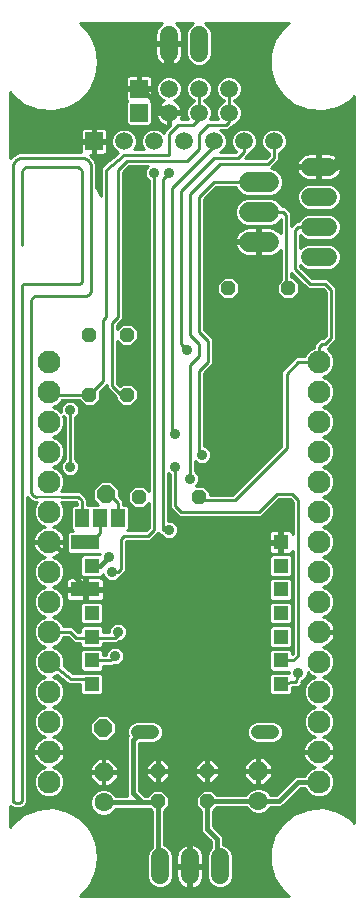
<source format=gbl>
G75*
%MOIN*%
%OFA0B0*%
%FSLAX25Y25*%
%IPPOS*%
%LPD*%
%AMOC8*
5,1,8,0,0,1.08239X$1,22.5*
%
%ADD10C,0.07600*%
%ADD11R,0.05000X0.05000*%
%ADD12R,0.09500X0.05000*%
%ADD13R,0.04600X0.06300*%
%ADD14OC8,0.06000*%
%ADD15R,0.05906X0.05906*%
%ADD16C,0.05906*%
%ADD17OC8,0.04800*%
%ADD18C,0.06600*%
%ADD19C,0.06000*%
%ADD20OC8,0.06300*%
%ADD21C,0.06300*%
%ADD22C,0.04800*%
%ADD23C,0.01600*%
%ADD24C,0.03543*%
%ADD25C,0.03200*%
%ADD26C,0.01000*%
%ADD27C,0.00787*%
D10*
X0115358Y0042000D03*
X0115358Y0052000D03*
X0115358Y0062000D03*
X0115358Y0072000D03*
X0115358Y0082000D03*
X0115358Y0092000D03*
X0115358Y0102000D03*
X0115358Y0112000D03*
X0115358Y0122000D03*
X0115358Y0132000D03*
X0115358Y0142000D03*
X0115358Y0152000D03*
X0115358Y0162000D03*
X0115358Y0172000D03*
X0115358Y0182000D03*
X0205358Y0182000D03*
X0205358Y0172000D03*
X0205358Y0162000D03*
X0205358Y0152000D03*
X0205358Y0142000D03*
X0205358Y0132000D03*
X0205358Y0122000D03*
X0205358Y0112000D03*
X0205358Y0102000D03*
X0205358Y0092000D03*
X0205358Y0082000D03*
X0205358Y0072000D03*
X0205358Y0062000D03*
X0205358Y0052000D03*
X0205358Y0042000D03*
D11*
X0192602Y0074638D03*
X0192602Y0082512D03*
X0192602Y0090386D03*
X0192602Y0098260D03*
X0192602Y0106134D03*
X0192602Y0114008D03*
X0192602Y0121882D03*
X0129610Y0114008D03*
X0129610Y0098260D03*
X0129610Y0090386D03*
X0129610Y0082512D03*
X0129610Y0074638D03*
D12*
X0127407Y0106134D03*
X0127407Y0121882D03*
D13*
X0126319Y0129843D03*
X0132319Y0129843D03*
X0138319Y0129843D03*
D14*
X0134319Y0137843D03*
X0133358Y0060000D03*
D15*
X0130358Y0255520D03*
X0145358Y0265000D03*
X0145358Y0273000D03*
D16*
X0155358Y0273000D03*
X0155358Y0265000D03*
X0165358Y0265000D03*
X0165358Y0273000D03*
X0175358Y0273000D03*
X0175358Y0265000D03*
X0180358Y0255520D03*
X0190358Y0255520D03*
X0170358Y0255520D03*
X0160358Y0255520D03*
X0150358Y0255520D03*
X0140358Y0255520D03*
D17*
X0175122Y0206528D03*
X0195122Y0206528D03*
X0141263Y0191016D03*
X0128783Y0191016D03*
X0128783Y0171016D03*
X0141263Y0171016D03*
X0145358Y0137000D03*
X0165358Y0137000D03*
X0168082Y0045551D03*
X0168082Y0035551D03*
X0151633Y0035551D03*
X0151633Y0045551D03*
D18*
X0182058Y0222000D02*
X0188658Y0222000D01*
X0188658Y0232000D02*
X0182058Y0232000D01*
X0182058Y0242000D02*
X0188658Y0242000D01*
D19*
X0202358Y0237000D02*
X0208358Y0237000D01*
X0208358Y0227000D02*
X0202358Y0227000D01*
X0202358Y0217000D02*
X0208358Y0217000D01*
X0208358Y0247000D02*
X0202358Y0247000D01*
X0165358Y0285000D02*
X0165358Y0291000D01*
X0155358Y0291000D02*
X0155358Y0285000D01*
X0152366Y0016843D02*
X0152366Y0010843D01*
X0162366Y0010843D02*
X0162366Y0016843D01*
X0172366Y0016843D02*
X0172366Y0010843D01*
D20*
X0185161Y0045630D03*
X0133555Y0045165D03*
D21*
X0133555Y0035165D03*
X0185161Y0035630D03*
D22*
X0184966Y0058646D02*
X0189766Y0058646D01*
X0149766Y0058646D02*
X0144966Y0058646D01*
D23*
X0146004Y0058646D02*
X0143358Y0056000D01*
X0143358Y0038165D01*
X0146358Y0035165D01*
X0151248Y0035165D01*
X0151633Y0035551D01*
X0151633Y0014575D01*
X0152366Y0013843D01*
X0168082Y0026276D02*
X0171358Y0023000D01*
X0171358Y0014850D01*
X0172366Y0013843D01*
X0168082Y0026276D02*
X0168082Y0035551D01*
X0185082Y0035551D01*
X0185161Y0035630D01*
X0191988Y0035630D01*
X0198358Y0042000D01*
X0205358Y0042000D01*
X0205358Y0052000D02*
X0197358Y0052000D01*
X0190988Y0045630D01*
X0185161Y0045630D01*
X0185082Y0045551D01*
X0205358Y0052000D02*
X0211366Y0052000D01*
X0213452Y0054087D01*
X0213452Y0092000D01*
X0205358Y0092000D01*
X0213452Y0092000D02*
X0213452Y0249906D01*
X0213358Y0250000D01*
X0155358Y0265000D02*
X0154358Y0265000D01*
X0147358Y0272000D01*
X0146358Y0272000D01*
X0145358Y0273000D01*
X0139358Y0273000D01*
X0130358Y0264000D01*
X0130358Y0255520D01*
X0145358Y0273000D02*
X0145358Y0286000D01*
X0147358Y0288000D01*
X0155358Y0288000D01*
X0194358Y0133000D02*
X0192602Y0131244D01*
X0192602Y0121882D01*
X0192484Y0122000D01*
X0184358Y0122000D01*
X0168492Y0106134D01*
X0127407Y0106134D01*
X0127407Y0106951D01*
X0122358Y0112000D01*
X0122358Y0116000D01*
X0118358Y0120000D01*
X0117358Y0120000D01*
X0115358Y0122000D01*
X0129610Y0114008D02*
X0132366Y0114008D01*
X0135358Y0117000D01*
X0192130Y0123535D02*
X0192602Y0121882D01*
X0147366Y0058646D02*
X0146004Y0058646D01*
X0146358Y0035165D02*
X0133555Y0035165D01*
D24*
X0163358Y0058000D03*
X0168358Y0058000D03*
X0173358Y0058000D03*
X0173358Y0063000D03*
X0168358Y0063000D03*
X0163358Y0063000D03*
X0137358Y0078000D03*
X0137358Y0084000D03*
X0138358Y0092000D03*
X0136358Y0112000D03*
X0135358Y0117000D03*
X0155358Y0126000D03*
X0166358Y0127000D03*
X0171358Y0127000D03*
X0176358Y0127000D03*
X0181358Y0127000D03*
X0194358Y0133000D03*
X0166358Y0151000D03*
X0162358Y0143000D03*
X0157358Y0147000D03*
X0157358Y0158000D03*
X0146358Y0160000D03*
X0146358Y0165000D03*
X0122358Y0166000D03*
X0122358Y0147000D03*
X0161358Y0186000D03*
X0173358Y0176000D03*
X0178358Y0176000D03*
X0178358Y0171000D03*
X0173358Y0171000D03*
X0183358Y0171000D03*
X0183358Y0176000D03*
X0144358Y0217000D03*
X0144358Y0222000D03*
X0144358Y0227000D03*
X0144358Y0232000D03*
X0150358Y0245000D03*
X0155358Y0245000D03*
X0198484Y0078409D03*
D25*
X0205358Y0247000D02*
X0210358Y0247000D01*
X0213358Y0250000D01*
X0214358Y0251000D01*
X0214358Y0260000D01*
X0210358Y0264000D01*
X0197358Y0264000D01*
X0182358Y0279000D01*
X0157358Y0279000D01*
X0155358Y0281000D01*
X0155358Y0288000D01*
D26*
X0102433Y0033893D02*
X0102433Y0027006D01*
X0103263Y0028223D01*
X0103263Y0028223D01*
X0107108Y0031289D01*
X0107108Y0031289D01*
X0111686Y0033086D01*
X0111686Y0033086D01*
X0116591Y0033454D01*
X0116591Y0033454D01*
X0121386Y0032359D01*
X0121386Y0032359D01*
X0125645Y0029900D01*
X0125645Y0029900D01*
X0128991Y0026295D01*
X0128991Y0026295D01*
X0131125Y0021863D01*
X0131125Y0021863D01*
X0131858Y0017000D01*
X0131125Y0012137D01*
X0131125Y0012137D01*
X0128991Y0007705D01*
X0128991Y0007705D01*
X0125645Y0004100D01*
X0125645Y0004100D01*
X0125602Y0004075D01*
X0195397Y0004075D01*
X0193263Y0005777D01*
X0193263Y0005777D01*
X0193263Y0005777D01*
X0190492Y0009841D01*
X0190492Y0009841D01*
X0189042Y0014541D01*
X0189042Y0019459D01*
X0190492Y0024159D01*
X0190492Y0024159D01*
X0193263Y0028223D01*
X0193263Y0028223D01*
X0197108Y0031289D01*
X0197108Y0031289D01*
X0201686Y0033086D01*
X0201686Y0033086D01*
X0206591Y0033454D01*
X0206591Y0033454D01*
X0211386Y0032359D01*
X0211386Y0032359D01*
X0215645Y0029900D01*
X0215645Y0029900D01*
X0217181Y0028246D01*
X0217181Y0270754D01*
X0215645Y0269100D01*
X0215645Y0269100D01*
X0211386Y0266641D01*
X0206591Y0265546D01*
X0201686Y0265914D01*
X0201686Y0265914D01*
X0197108Y0267711D01*
X0197108Y0267711D01*
X0193263Y0270777D01*
X0193263Y0270777D01*
X0193263Y0270777D01*
X0190492Y0274841D01*
X0190492Y0274841D01*
X0189042Y0279541D01*
X0189042Y0284459D01*
X0190492Y0289159D01*
X0190492Y0289159D01*
X0193263Y0293223D01*
X0193263Y0293223D01*
X0195249Y0294807D01*
X0167370Y0294807D01*
X0167786Y0294635D01*
X0168993Y0293429D01*
X0169645Y0291853D01*
X0169645Y0284147D01*
X0168993Y0282571D01*
X0167786Y0281365D01*
X0166211Y0280713D01*
X0164505Y0280713D01*
X0162929Y0281365D01*
X0161723Y0282571D01*
X0161070Y0284147D01*
X0161070Y0291853D01*
X0161723Y0293429D01*
X0162929Y0294635D01*
X0163346Y0294807D01*
X0157774Y0294807D01*
X0158289Y0294432D01*
X0158790Y0293932D01*
X0159207Y0293359D01*
X0159528Y0292727D01*
X0159747Y0292054D01*
X0159858Y0291354D01*
X0159858Y0288500D01*
X0155858Y0288500D01*
X0155858Y0287500D01*
X0159858Y0287500D01*
X0159858Y0284646D01*
X0159747Y0283946D01*
X0159528Y0283273D01*
X0159207Y0282641D01*
X0158790Y0282068D01*
X0158289Y0281568D01*
X0157716Y0281151D01*
X0157085Y0280830D01*
X0156412Y0280611D01*
X0155858Y0280523D01*
X0155858Y0287500D01*
X0154858Y0287500D01*
X0154858Y0280523D01*
X0154304Y0280611D01*
X0153630Y0280830D01*
X0152999Y0281151D01*
X0152426Y0281568D01*
X0151925Y0282068D01*
X0151509Y0282641D01*
X0151188Y0283273D01*
X0150969Y0283946D01*
X0150858Y0284646D01*
X0150858Y0287500D01*
X0154858Y0287500D01*
X0154858Y0288500D01*
X0150858Y0288500D01*
X0150858Y0291354D01*
X0150969Y0292054D01*
X0151188Y0292727D01*
X0151509Y0293359D01*
X0151925Y0293932D01*
X0152426Y0294432D01*
X0152942Y0294807D01*
X0125732Y0294807D01*
X0128991Y0291295D01*
X0128991Y0291295D01*
X0131125Y0286863D01*
X0131125Y0286863D01*
X0131858Y0282000D01*
X0131125Y0277137D01*
X0131125Y0277137D01*
X0128991Y0272705D01*
X0128991Y0272705D01*
X0125645Y0269100D01*
X0125645Y0269100D01*
X0121386Y0266641D01*
X0121386Y0266641D01*
X0116591Y0265546D01*
X0116591Y0265546D01*
X0111686Y0265914D01*
X0111686Y0265914D01*
X0107108Y0267711D01*
X0107108Y0267711D01*
X0103263Y0270777D01*
X0103263Y0270777D01*
X0103263Y0270777D01*
X0102433Y0271994D01*
X0102433Y0249845D01*
X0103646Y0251059D01*
X0105406Y0251787D01*
X0105406Y0251787D01*
X0126123Y0251787D01*
X0126007Y0251988D01*
X0125905Y0252369D01*
X0125905Y0255035D01*
X0129874Y0255035D01*
X0130842Y0255035D01*
X0130842Y0251067D01*
X0133508Y0251067D01*
X0133890Y0251169D01*
X0134232Y0251367D01*
X0134511Y0251646D01*
X0134708Y0251988D01*
X0134811Y0252369D01*
X0134811Y0255035D01*
X0130842Y0255035D01*
X0130842Y0256004D01*
X0129874Y0256004D01*
X0129874Y0259972D01*
X0127208Y0259972D01*
X0126826Y0259870D01*
X0126484Y0259673D01*
X0126205Y0259393D01*
X0126007Y0259051D01*
X0125905Y0258670D01*
X0125905Y0256004D01*
X0129874Y0256004D01*
X0129874Y0255035D01*
X0129874Y0251067D01*
X0129049Y0251067D01*
X0129070Y0251059D01*
X0129070Y0251059D01*
X0130416Y0249712D01*
X0130416Y0249712D01*
X0131145Y0247952D01*
X0131145Y0240387D01*
X0132199Y0238562D01*
X0132570Y0237177D01*
X0132570Y0245353D01*
X0132511Y0245424D01*
X0132570Y0246081D01*
X0132570Y0246740D01*
X0132636Y0246806D01*
X0132645Y0246899D01*
X0133151Y0247321D01*
X0133617Y0247787D01*
X0133711Y0247787D01*
X0138437Y0251726D01*
X0137956Y0251925D01*
X0136763Y0253118D01*
X0136118Y0254676D01*
X0136118Y0256363D01*
X0136763Y0257922D01*
X0137956Y0259114D01*
X0139514Y0259760D01*
X0141201Y0259760D01*
X0142760Y0259114D01*
X0143952Y0257922D01*
X0144598Y0256363D01*
X0144598Y0254676D01*
X0143952Y0253118D01*
X0143622Y0252787D01*
X0147094Y0252787D01*
X0146763Y0253118D01*
X0146118Y0254676D01*
X0146118Y0256363D01*
X0146763Y0257922D01*
X0147956Y0259114D01*
X0149514Y0259760D01*
X0151201Y0259760D01*
X0152760Y0259114D01*
X0153570Y0258304D01*
X0153570Y0258740D01*
X0155842Y0261012D01*
X0155842Y0264516D01*
X0155842Y0265484D01*
X0159789Y0265484D01*
X0159701Y0266043D01*
X0159484Y0266709D01*
X0159166Y0267334D01*
X0158754Y0267901D01*
X0158259Y0268396D01*
X0157692Y0268808D01*
X0157076Y0269122D01*
X0157760Y0269405D01*
X0158952Y0270598D01*
X0159598Y0272157D01*
X0159598Y0273843D01*
X0158952Y0275402D01*
X0157760Y0276595D01*
X0156201Y0277240D01*
X0154514Y0277240D01*
X0152956Y0276595D01*
X0151763Y0275402D01*
X0151118Y0273843D01*
X0151118Y0272157D01*
X0151763Y0270598D01*
X0152956Y0269405D01*
X0153640Y0269122D01*
X0153024Y0268808D01*
X0152457Y0268396D01*
X0151962Y0267901D01*
X0151550Y0267334D01*
X0151231Y0266709D01*
X0151015Y0266043D01*
X0150926Y0265484D01*
X0154874Y0265484D01*
X0154874Y0264516D01*
X0155842Y0264516D01*
X0159789Y0264516D01*
X0159701Y0263957D01*
X0159484Y0263291D01*
X0159228Y0262787D01*
X0161685Y0262787D01*
X0161118Y0264157D01*
X0161118Y0265843D01*
X0161763Y0267402D01*
X0162956Y0268595D01*
X0163570Y0268849D01*
X0163570Y0269151D01*
X0162956Y0269405D01*
X0161763Y0270598D01*
X0161118Y0272157D01*
X0161118Y0273843D01*
X0161763Y0275402D01*
X0162956Y0276595D01*
X0164514Y0277240D01*
X0166201Y0277240D01*
X0167760Y0276595D01*
X0168952Y0275402D01*
X0169598Y0273843D01*
X0169598Y0272157D01*
X0168952Y0270598D01*
X0167760Y0269405D01*
X0167145Y0269151D01*
X0167145Y0268849D01*
X0167760Y0268595D01*
X0168952Y0267402D01*
X0169598Y0265843D01*
X0169598Y0264157D01*
X0169031Y0262787D01*
X0171685Y0262787D01*
X0171118Y0264157D01*
X0171118Y0265843D01*
X0171763Y0267402D01*
X0172956Y0268595D01*
X0173570Y0268849D01*
X0173570Y0269151D01*
X0172956Y0269405D01*
X0171763Y0270598D01*
X0171118Y0272157D01*
X0171118Y0273843D01*
X0171763Y0275402D01*
X0172956Y0276595D01*
X0174514Y0277240D01*
X0176201Y0277240D01*
X0177760Y0276595D01*
X0178952Y0275402D01*
X0179598Y0273843D01*
X0179598Y0272157D01*
X0178952Y0270598D01*
X0177760Y0269405D01*
X0177145Y0269151D01*
X0177145Y0268849D01*
X0177760Y0268595D01*
X0178952Y0267402D01*
X0179598Y0265843D01*
X0179598Y0264157D01*
X0178952Y0262598D01*
X0177760Y0261405D01*
X0176960Y0261074D01*
X0176098Y0260213D01*
X0175098Y0259213D01*
X0172522Y0259213D01*
X0172760Y0259114D01*
X0173952Y0257922D01*
X0174598Y0256363D01*
X0174598Y0254676D01*
X0173952Y0253118D01*
X0172760Y0251925D01*
X0172427Y0251787D01*
X0177618Y0251787D01*
X0177856Y0252025D01*
X0176763Y0253118D01*
X0176118Y0254676D01*
X0176118Y0256363D01*
X0176763Y0257922D01*
X0177956Y0259114D01*
X0179514Y0259760D01*
X0181201Y0259760D01*
X0182760Y0259114D01*
X0183952Y0257922D01*
X0184598Y0256363D01*
X0184598Y0254676D01*
X0183952Y0253118D01*
X0182760Y0251925D01*
X0182145Y0251671D01*
X0182145Y0251260D01*
X0180673Y0249787D01*
X0187617Y0249787D01*
X0188570Y0250740D01*
X0188570Y0251671D01*
X0187956Y0251925D01*
X0186763Y0253118D01*
X0186118Y0254676D01*
X0186118Y0256363D01*
X0186763Y0257922D01*
X0187956Y0259114D01*
X0189514Y0259760D01*
X0191201Y0259760D01*
X0192760Y0259114D01*
X0193952Y0257922D01*
X0194598Y0256363D01*
X0194598Y0254676D01*
X0193952Y0253118D01*
X0192760Y0251925D01*
X0192145Y0251671D01*
X0192145Y0249260D01*
X0190145Y0247260D01*
X0189473Y0246587D01*
X0189570Y0246587D01*
X0191256Y0245889D01*
X0192547Y0244599D01*
X0193245Y0242912D01*
X0193245Y0241087D01*
X0192547Y0239401D01*
X0191256Y0238111D01*
X0189570Y0237413D01*
X0181145Y0237413D01*
X0179459Y0238111D01*
X0178169Y0239401D01*
X0177833Y0240213D01*
X0171098Y0240213D01*
X0167145Y0236260D01*
X0167145Y0192740D01*
X0169098Y0190787D01*
X0170145Y0189740D01*
X0170145Y0181260D01*
X0167145Y0178260D01*
X0167145Y0153985D01*
X0168091Y0153593D01*
X0168951Y0152733D01*
X0169417Y0151608D01*
X0169417Y0150392D01*
X0168951Y0149267D01*
X0168091Y0148407D01*
X0166966Y0147941D01*
X0165749Y0147941D01*
X0164625Y0148407D01*
X0164145Y0148886D01*
X0164145Y0145539D01*
X0164951Y0144733D01*
X0165417Y0143608D01*
X0165417Y0142392D01*
X0164951Y0141267D01*
X0164371Y0140687D01*
X0166885Y0140687D01*
X0169045Y0138527D01*
X0169045Y0137724D01*
X0176507Y0137724D01*
X0192822Y0154040D01*
X0192822Y0178843D01*
X0197767Y0183787D01*
X0200592Y0183787D01*
X0201045Y0184882D01*
X0202476Y0186313D01*
X0203570Y0186766D01*
X0203570Y0187740D01*
X0204617Y0188787D01*
X0205617Y0189787D01*
X0206617Y0189787D01*
X0207570Y0190740D01*
X0207570Y0205260D01*
X0206617Y0206213D01*
X0201617Y0206213D01*
X0200570Y0207260D01*
X0196145Y0211685D01*
X0196145Y0210215D01*
X0196649Y0210215D01*
X0198809Y0208055D01*
X0198809Y0205000D01*
X0196649Y0202840D01*
X0193594Y0202840D01*
X0191434Y0205000D01*
X0191434Y0208055D01*
X0192570Y0209191D01*
X0192570Y0219219D01*
X0192319Y0218873D01*
X0191785Y0218339D01*
X0191174Y0217895D01*
X0190500Y0217552D01*
X0189782Y0217318D01*
X0189036Y0217200D01*
X0185858Y0217200D01*
X0185858Y0221500D01*
X0184858Y0221500D01*
X0184858Y0217200D01*
X0181680Y0217200D01*
X0180934Y0217318D01*
X0180215Y0217552D01*
X0179542Y0217895D01*
X0178931Y0218339D01*
X0178397Y0218873D01*
X0177953Y0219484D01*
X0177610Y0220157D01*
X0177376Y0220876D01*
X0177277Y0221500D01*
X0184858Y0221500D01*
X0184858Y0222500D01*
X0184858Y0226800D01*
X0181680Y0226800D01*
X0180934Y0226682D01*
X0180215Y0226448D01*
X0179542Y0226105D01*
X0178931Y0225661D01*
X0178397Y0225127D01*
X0177953Y0224516D01*
X0177610Y0223843D01*
X0177376Y0223124D01*
X0177277Y0222500D01*
X0184858Y0222500D01*
X0185858Y0222500D01*
X0185858Y0226800D01*
X0189036Y0226800D01*
X0189782Y0226682D01*
X0190500Y0226448D01*
X0191174Y0226105D01*
X0191785Y0225661D01*
X0192319Y0225127D01*
X0192570Y0224781D01*
X0192570Y0229458D01*
X0192547Y0229401D01*
X0191256Y0228111D01*
X0189570Y0227413D01*
X0181145Y0227413D01*
X0179459Y0228111D01*
X0178169Y0229401D01*
X0177470Y0231087D01*
X0177470Y0232912D01*
X0178169Y0234599D01*
X0179459Y0235889D01*
X0181145Y0236587D01*
X0189570Y0236587D01*
X0191256Y0235889D01*
X0192547Y0234599D01*
X0192883Y0233787D01*
X0194098Y0233787D01*
X0195098Y0232787D01*
X0196145Y0231740D01*
X0196145Y0227315D01*
X0196617Y0227787D01*
X0197617Y0228787D01*
X0198458Y0228787D01*
X0198723Y0229429D01*
X0199929Y0230635D01*
X0201505Y0231287D01*
X0209211Y0231287D01*
X0210786Y0230635D01*
X0211993Y0229429D01*
X0212645Y0227853D01*
X0212645Y0226147D01*
X0211993Y0224571D01*
X0210786Y0223365D01*
X0209211Y0222713D01*
X0201505Y0222713D01*
X0199929Y0223365D01*
X0199145Y0224149D01*
X0199145Y0219851D01*
X0199929Y0220635D01*
X0201505Y0221287D01*
X0209211Y0221287D01*
X0210786Y0220635D01*
X0211993Y0219429D01*
X0212645Y0217853D01*
X0212645Y0216147D01*
X0211993Y0214571D01*
X0210786Y0213365D01*
X0209211Y0212713D01*
X0201505Y0212713D01*
X0199929Y0213365D01*
X0199145Y0214149D01*
X0199145Y0213740D01*
X0203098Y0209787D01*
X0208098Y0209787D01*
X0210098Y0207787D01*
X0211145Y0206740D01*
X0211145Y0189260D01*
X0209145Y0187260D01*
X0208211Y0186325D01*
X0208240Y0186313D01*
X0209671Y0184882D01*
X0210445Y0183012D01*
X0210445Y0180988D01*
X0209671Y0179118D01*
X0208240Y0177687D01*
X0206581Y0177000D01*
X0208240Y0176313D01*
X0209671Y0174882D01*
X0210445Y0173012D01*
X0210445Y0170988D01*
X0209671Y0169118D01*
X0208240Y0167687D01*
X0206581Y0167000D01*
X0208240Y0166313D01*
X0209671Y0164882D01*
X0210445Y0163012D01*
X0210445Y0160988D01*
X0209671Y0159118D01*
X0208240Y0157687D01*
X0206581Y0157000D01*
X0208240Y0156313D01*
X0209671Y0154882D01*
X0210445Y0153012D01*
X0210445Y0150988D01*
X0209671Y0149118D01*
X0208240Y0147687D01*
X0206581Y0147000D01*
X0208240Y0146313D01*
X0209671Y0144882D01*
X0210445Y0143012D01*
X0210445Y0140988D01*
X0209671Y0139118D01*
X0208240Y0137687D01*
X0206581Y0137000D01*
X0208240Y0136313D01*
X0209671Y0134882D01*
X0210445Y0133012D01*
X0210445Y0130988D01*
X0209671Y0129118D01*
X0208240Y0127687D01*
X0206581Y0127000D01*
X0208240Y0126313D01*
X0209671Y0124882D01*
X0210445Y0123012D01*
X0210445Y0120988D01*
X0209671Y0119118D01*
X0208240Y0117687D01*
X0206581Y0117000D01*
X0208240Y0116313D01*
X0209671Y0114882D01*
X0210445Y0113012D01*
X0210445Y0110988D01*
X0209671Y0109118D01*
X0208240Y0107687D01*
X0206581Y0107000D01*
X0208240Y0106313D01*
X0209671Y0104882D01*
X0210445Y0103012D01*
X0210445Y0100988D01*
X0209671Y0099118D01*
X0208240Y0097687D01*
X0206818Y0097098D01*
X0207392Y0096912D01*
X0208136Y0096533D01*
X0208811Y0096043D01*
X0209400Y0095453D01*
X0209891Y0094778D01*
X0210270Y0094034D01*
X0210527Y0093241D01*
X0210658Y0092417D01*
X0210658Y0092287D01*
X0205645Y0092287D01*
X0205645Y0091713D01*
X0210658Y0091713D01*
X0210658Y0091583D01*
X0210527Y0090759D01*
X0210270Y0089966D01*
X0209891Y0089222D01*
X0209400Y0088547D01*
X0208811Y0087957D01*
X0208136Y0087467D01*
X0207392Y0087088D01*
X0206818Y0086902D01*
X0208240Y0086313D01*
X0209671Y0084882D01*
X0210445Y0083012D01*
X0210445Y0080988D01*
X0209671Y0079118D01*
X0208240Y0077687D01*
X0206581Y0077000D01*
X0208240Y0076313D01*
X0209671Y0074882D01*
X0210445Y0073012D01*
X0210445Y0070988D01*
X0209671Y0069118D01*
X0208240Y0067687D01*
X0206581Y0067000D01*
X0208240Y0066313D01*
X0209671Y0064882D01*
X0210445Y0063012D01*
X0210445Y0060988D01*
X0209671Y0059118D01*
X0208240Y0057687D01*
X0206818Y0057098D01*
X0207392Y0056912D01*
X0208136Y0056533D01*
X0208811Y0056043D01*
X0209400Y0055453D01*
X0209891Y0054778D01*
X0210270Y0054034D01*
X0210527Y0053241D01*
X0210658Y0052417D01*
X0210658Y0052287D01*
X0205645Y0052287D01*
X0205645Y0051713D01*
X0210658Y0051713D01*
X0210658Y0051583D01*
X0210527Y0050759D01*
X0210270Y0049966D01*
X0209891Y0049222D01*
X0209400Y0048547D01*
X0208811Y0047957D01*
X0208136Y0047467D01*
X0207392Y0047088D01*
X0206818Y0046902D01*
X0208240Y0046313D01*
X0209671Y0044882D01*
X0210445Y0043012D01*
X0210445Y0040988D01*
X0209671Y0039118D01*
X0208240Y0037687D01*
X0206370Y0036913D01*
X0204346Y0036913D01*
X0202476Y0037687D01*
X0201045Y0039118D01*
X0200716Y0039913D01*
X0199223Y0039913D01*
X0192852Y0033543D01*
X0189099Y0033543D01*
X0188923Y0033116D01*
X0187675Y0031868D01*
X0186044Y0031193D01*
X0184278Y0031193D01*
X0182647Y0031868D01*
X0181399Y0033116D01*
X0181255Y0033464D01*
X0171210Y0033464D01*
X0170170Y0032424D01*
X0170170Y0027140D01*
X0172223Y0025087D01*
X0173445Y0023865D01*
X0173445Y0021036D01*
X0174794Y0020477D01*
X0176000Y0019271D01*
X0176653Y0017695D01*
X0176653Y0009990D01*
X0176000Y0008414D01*
X0174794Y0007208D01*
X0173219Y0006555D01*
X0171513Y0006555D01*
X0169937Y0007208D01*
X0168731Y0008414D01*
X0168078Y0009990D01*
X0168078Y0017695D01*
X0168731Y0019271D01*
X0169270Y0019811D01*
X0169270Y0022135D01*
X0165995Y0025411D01*
X0165995Y0032424D01*
X0164395Y0034024D01*
X0164395Y0037079D01*
X0166555Y0039239D01*
X0169610Y0039239D01*
X0171210Y0037639D01*
X0181190Y0037639D01*
X0181399Y0038144D01*
X0182647Y0039392D01*
X0184278Y0040067D01*
X0186044Y0040067D01*
X0187675Y0039392D01*
X0188923Y0038144D01*
X0189099Y0037717D01*
X0191123Y0037717D01*
X0196270Y0042865D01*
X0197493Y0044087D01*
X0200716Y0044087D01*
X0201045Y0044882D01*
X0202476Y0046313D01*
X0203898Y0046902D01*
X0203323Y0047088D01*
X0202580Y0047467D01*
X0201905Y0047957D01*
X0201315Y0048547D01*
X0200825Y0049222D01*
X0200446Y0049966D01*
X0200188Y0050759D01*
X0200058Y0051583D01*
X0200058Y0051713D01*
X0205070Y0051713D01*
X0205070Y0052287D01*
X0200058Y0052287D01*
X0200058Y0052417D01*
X0200188Y0053241D01*
X0200446Y0054034D01*
X0200825Y0054778D01*
X0201315Y0055453D01*
X0201905Y0056043D01*
X0202580Y0056533D01*
X0203323Y0056912D01*
X0203898Y0057098D01*
X0202476Y0057687D01*
X0201045Y0059118D01*
X0200270Y0060988D01*
X0200270Y0063012D01*
X0201045Y0064882D01*
X0202476Y0066313D01*
X0204135Y0067000D01*
X0202476Y0067687D01*
X0201045Y0069118D01*
X0200270Y0070988D01*
X0200270Y0073012D01*
X0201045Y0074882D01*
X0202476Y0076313D01*
X0204135Y0077000D01*
X0202476Y0077687D01*
X0201543Y0078620D01*
X0201543Y0077801D01*
X0201077Y0076677D01*
X0200217Y0075816D01*
X0199575Y0075550D01*
X0199501Y0075270D01*
X0199544Y0074862D01*
X0199319Y0074583D01*
X0199227Y0074236D01*
X0198872Y0074030D01*
X0198614Y0073710D01*
X0198257Y0073672D01*
X0197946Y0073492D01*
X0197549Y0073597D01*
X0196389Y0073474D01*
X0196389Y0071605D01*
X0195635Y0070850D01*
X0189569Y0070850D01*
X0188815Y0071605D01*
X0188815Y0077671D01*
X0189569Y0078425D01*
X0195425Y0078425D01*
X0195425Y0078724D01*
X0189569Y0078724D01*
X0188815Y0079479D01*
X0188815Y0085545D01*
X0189569Y0086299D01*
X0195635Y0086299D01*
X0196389Y0085545D01*
X0196389Y0084559D01*
X0196570Y0084740D01*
X0196570Y0119067D01*
X0196500Y0118803D01*
X0196302Y0118461D01*
X0196023Y0118182D01*
X0195681Y0117984D01*
X0195299Y0117882D01*
X0193102Y0117882D01*
X0193102Y0121382D01*
X0192102Y0121382D01*
X0188602Y0121382D01*
X0188602Y0119184D01*
X0188704Y0118803D01*
X0188902Y0118461D01*
X0189181Y0118182D01*
X0189523Y0117984D01*
X0189904Y0117882D01*
X0192102Y0117882D01*
X0192102Y0121382D01*
X0192102Y0122382D01*
X0192102Y0125882D01*
X0189904Y0125882D01*
X0189523Y0125780D01*
X0189181Y0125582D01*
X0188902Y0125303D01*
X0188704Y0124961D01*
X0188602Y0124579D01*
X0188602Y0122382D01*
X0192102Y0122382D01*
X0193102Y0122382D01*
X0193102Y0125882D01*
X0195299Y0125882D01*
X0195681Y0125780D01*
X0196023Y0125582D01*
X0196302Y0125303D01*
X0196500Y0124961D01*
X0196570Y0124697D01*
X0196570Y0135260D01*
X0195617Y0136213D01*
X0192098Y0136213D01*
X0187145Y0131260D01*
X0186098Y0130213D01*
X0158617Y0130213D01*
X0156617Y0132213D01*
X0155570Y0133260D01*
X0155570Y0144461D01*
X0155145Y0144886D01*
X0155145Y0129059D01*
X0155966Y0129059D01*
X0157091Y0128593D01*
X0157951Y0127733D01*
X0158417Y0126608D01*
X0158417Y0125392D01*
X0157951Y0124267D01*
X0157091Y0123407D01*
X0155966Y0122941D01*
X0154749Y0122941D01*
X0153625Y0123407D01*
X0152819Y0124213D01*
X0152617Y0124213D01*
X0151858Y0124972D01*
X0151098Y0124213D01*
X0149098Y0122213D01*
X0141145Y0122213D01*
X0141145Y0112260D01*
X0140098Y0111213D01*
X0139098Y0110213D01*
X0138897Y0110213D01*
X0138091Y0109407D01*
X0136966Y0108941D01*
X0135749Y0108941D01*
X0134625Y0109407D01*
X0133765Y0110267D01*
X0133397Y0111154D01*
X0133397Y0110975D01*
X0132643Y0110220D01*
X0126577Y0110220D01*
X0125822Y0110975D01*
X0125822Y0117041D01*
X0126577Y0117795D01*
X0132376Y0117795D01*
X0132500Y0118094D01*
X0122123Y0118094D01*
X0121369Y0118849D01*
X0121369Y0124915D01*
X0122123Y0125669D01*
X0123221Y0125669D01*
X0122731Y0126159D01*
X0122731Y0133526D01*
X0123485Y0134280D01*
X0124570Y0134280D01*
X0124570Y0135000D01*
X0124563Y0135055D01*
X0124508Y0135150D01*
X0124413Y0135205D01*
X0124358Y0135213D01*
X0119340Y0135213D01*
X0119671Y0134882D01*
X0120445Y0133012D01*
X0120445Y0130988D01*
X0119671Y0129118D01*
X0118240Y0127687D01*
X0116818Y0127098D01*
X0117392Y0126912D01*
X0118136Y0126533D01*
X0118811Y0126043D01*
X0119400Y0125453D01*
X0119891Y0124778D01*
X0120270Y0124034D01*
X0120527Y0123241D01*
X0120658Y0122417D01*
X0120658Y0122287D01*
X0115645Y0122287D01*
X0115645Y0121713D01*
X0120658Y0121713D01*
X0120658Y0121583D01*
X0120527Y0120759D01*
X0120270Y0119966D01*
X0119891Y0119222D01*
X0119400Y0118547D01*
X0118811Y0117957D01*
X0118136Y0117467D01*
X0117392Y0117088D01*
X0116818Y0116902D01*
X0118240Y0116313D01*
X0119671Y0114882D01*
X0120445Y0113012D01*
X0120445Y0110988D01*
X0119671Y0109118D01*
X0118240Y0107687D01*
X0116581Y0107000D01*
X0118240Y0106313D01*
X0119671Y0104882D01*
X0120445Y0103012D01*
X0120445Y0100988D01*
X0119671Y0099118D01*
X0118240Y0097687D01*
X0116581Y0097000D01*
X0118240Y0096313D01*
X0119671Y0094882D01*
X0120124Y0093787D01*
X0123098Y0093787D01*
X0125098Y0091787D01*
X0125822Y0091787D01*
X0125822Y0093419D01*
X0126577Y0094173D01*
X0132643Y0094173D01*
X0133397Y0093419D01*
X0133397Y0091787D01*
X0135299Y0091787D01*
X0135299Y0092608D01*
X0135765Y0093733D01*
X0136625Y0094593D01*
X0137749Y0095059D01*
X0138966Y0095059D01*
X0140091Y0094593D01*
X0140951Y0093733D01*
X0141417Y0092608D01*
X0141417Y0091392D01*
X0140951Y0090267D01*
X0140091Y0089407D01*
X0138966Y0088941D01*
X0138827Y0088941D01*
X0138098Y0088213D01*
X0133397Y0088213D01*
X0133397Y0087353D01*
X0132643Y0086598D01*
X0126577Y0086598D01*
X0125822Y0087353D01*
X0125822Y0088213D01*
X0123617Y0088213D01*
X0122570Y0089260D01*
X0121617Y0090213D01*
X0120124Y0090213D01*
X0119671Y0089118D01*
X0118240Y0087687D01*
X0116581Y0087000D01*
X0118240Y0086313D01*
X0119671Y0084882D01*
X0120445Y0083012D01*
X0120445Y0080988D01*
X0120249Y0080515D01*
X0123285Y0078197D01*
X0126348Y0078197D01*
X0126577Y0078425D01*
X0132643Y0078425D01*
X0133397Y0077671D01*
X0133397Y0071605D01*
X0132643Y0070850D01*
X0126577Y0070850D01*
X0125822Y0071605D01*
X0125822Y0074622D01*
X0122800Y0074622D01*
X0122185Y0074539D01*
X0122076Y0074622D01*
X0121940Y0074622D01*
X0121501Y0075061D01*
X0118124Y0077639D01*
X0116581Y0077000D01*
X0118240Y0076313D01*
X0119671Y0074882D01*
X0120445Y0073012D01*
X0120445Y0070988D01*
X0119671Y0069118D01*
X0118240Y0067687D01*
X0116581Y0067000D01*
X0118240Y0066313D01*
X0119671Y0064882D01*
X0120445Y0063012D01*
X0120445Y0060988D01*
X0119671Y0059118D01*
X0118240Y0057687D01*
X0116818Y0057098D01*
X0117392Y0056912D01*
X0118136Y0056533D01*
X0118811Y0056043D01*
X0119400Y0055453D01*
X0119891Y0054778D01*
X0120270Y0054034D01*
X0120527Y0053241D01*
X0120658Y0052417D01*
X0120658Y0052287D01*
X0115645Y0052287D01*
X0115645Y0051713D01*
X0120658Y0051713D01*
X0120658Y0051583D01*
X0120527Y0050759D01*
X0120270Y0049966D01*
X0119891Y0049222D01*
X0119400Y0048547D01*
X0118811Y0047957D01*
X0118136Y0047467D01*
X0117392Y0047088D01*
X0116818Y0046902D01*
X0118240Y0046313D01*
X0119671Y0044882D01*
X0120445Y0043012D01*
X0120445Y0040988D01*
X0119671Y0039118D01*
X0118240Y0037687D01*
X0116370Y0036913D01*
X0114346Y0036913D01*
X0112476Y0037687D01*
X0111045Y0039118D01*
X0110270Y0040988D01*
X0110270Y0043012D01*
X0111045Y0044882D01*
X0112476Y0046313D01*
X0113898Y0046902D01*
X0113323Y0047088D01*
X0112580Y0047467D01*
X0111905Y0047957D01*
X0111315Y0048547D01*
X0110825Y0049222D01*
X0110446Y0049966D01*
X0110188Y0050759D01*
X0110058Y0051583D01*
X0110058Y0051713D01*
X0115070Y0051713D01*
X0115070Y0052287D01*
X0110058Y0052287D01*
X0110058Y0052417D01*
X0110188Y0053241D01*
X0110446Y0054034D01*
X0110825Y0054778D01*
X0111315Y0055453D01*
X0111905Y0056043D01*
X0112580Y0056533D01*
X0113323Y0056912D01*
X0113898Y0057098D01*
X0112476Y0057687D01*
X0111045Y0059118D01*
X0110270Y0060988D01*
X0110270Y0063012D01*
X0111045Y0064882D01*
X0112476Y0066313D01*
X0114135Y0067000D01*
X0112476Y0067687D01*
X0111045Y0069118D01*
X0110270Y0070988D01*
X0110270Y0073012D01*
X0111045Y0074882D01*
X0112476Y0076313D01*
X0114135Y0077000D01*
X0112476Y0077687D01*
X0111045Y0079118D01*
X0110270Y0080988D01*
X0110270Y0083012D01*
X0111045Y0084882D01*
X0112476Y0086313D01*
X0114135Y0087000D01*
X0112476Y0087687D01*
X0111045Y0089118D01*
X0110270Y0090988D01*
X0110270Y0093012D01*
X0111045Y0094882D01*
X0112476Y0096313D01*
X0114135Y0097000D01*
X0112476Y0097687D01*
X0111045Y0099118D01*
X0110270Y0100988D01*
X0110270Y0103012D01*
X0111045Y0104882D01*
X0112476Y0106313D01*
X0114135Y0107000D01*
X0112476Y0107687D01*
X0111045Y0109118D01*
X0110270Y0110988D01*
X0110270Y0113012D01*
X0111045Y0114882D01*
X0112476Y0116313D01*
X0113898Y0116902D01*
X0113323Y0117088D01*
X0112580Y0117467D01*
X0111905Y0117957D01*
X0111315Y0118547D01*
X0110825Y0119222D01*
X0110446Y0119966D01*
X0110188Y0120759D01*
X0110058Y0121583D01*
X0110058Y0121713D01*
X0115070Y0121713D01*
X0115070Y0122287D01*
X0110058Y0122287D01*
X0110058Y0122417D01*
X0110188Y0123241D01*
X0110446Y0124034D01*
X0110825Y0124778D01*
X0111315Y0125453D01*
X0111905Y0126043D01*
X0112580Y0126533D01*
X0113323Y0126912D01*
X0113898Y0127098D01*
X0112476Y0127687D01*
X0111045Y0129118D01*
X0110270Y0130988D01*
X0110270Y0133012D01*
X0111045Y0134882D01*
X0111376Y0135213D01*
X0110343Y0135213D01*
X0108585Y0136227D01*
X0108585Y0136227D01*
X0108585Y0136227D01*
X0108145Y0136990D01*
X0108145Y0035253D01*
X0107398Y0033959D01*
X0107398Y0033959D01*
X0106105Y0033213D01*
X0106105Y0033213D01*
X0103611Y0033213D01*
X0102433Y0033893D01*
X0102433Y0032954D02*
X0111349Y0032954D01*
X0108805Y0031955D02*
X0102433Y0031955D01*
X0102433Y0030957D02*
X0106691Y0030957D01*
X0105439Y0029958D02*
X0102433Y0029958D01*
X0102433Y0028960D02*
X0104187Y0028960D01*
X0103084Y0027961D02*
X0102433Y0027961D01*
X0104358Y0035000D02*
X0105358Y0035000D01*
X0105418Y0035002D01*
X0105479Y0035007D01*
X0105538Y0035016D01*
X0105597Y0035029D01*
X0105656Y0035045D01*
X0105713Y0035065D01*
X0105768Y0035088D01*
X0105823Y0035115D01*
X0105875Y0035144D01*
X0105926Y0035177D01*
X0105975Y0035213D01*
X0106021Y0035251D01*
X0106065Y0035293D01*
X0106107Y0035337D01*
X0106145Y0035383D01*
X0106181Y0035432D01*
X0106214Y0035483D01*
X0106243Y0035535D01*
X0106270Y0035590D01*
X0106293Y0035645D01*
X0106313Y0035702D01*
X0106329Y0035761D01*
X0106342Y0035820D01*
X0106351Y0035879D01*
X0106356Y0035940D01*
X0106358Y0036000D01*
X0106358Y0207000D01*
X0106360Y0207060D01*
X0106365Y0207121D01*
X0106374Y0207180D01*
X0106387Y0207239D01*
X0106403Y0207298D01*
X0106423Y0207355D01*
X0106446Y0207410D01*
X0106473Y0207465D01*
X0106502Y0207517D01*
X0106535Y0207568D01*
X0106571Y0207617D01*
X0106609Y0207663D01*
X0106651Y0207707D01*
X0106695Y0207749D01*
X0106741Y0207787D01*
X0106790Y0207823D01*
X0106841Y0207856D01*
X0106893Y0207885D01*
X0106948Y0207912D01*
X0107003Y0207935D01*
X0107060Y0207955D01*
X0107119Y0207971D01*
X0107178Y0207984D01*
X0107237Y0207993D01*
X0107298Y0207998D01*
X0107358Y0208000D01*
X0125358Y0208000D01*
X0125418Y0208002D01*
X0125479Y0208007D01*
X0125538Y0208016D01*
X0125597Y0208029D01*
X0125656Y0208045D01*
X0125713Y0208065D01*
X0125768Y0208088D01*
X0125823Y0208115D01*
X0125875Y0208144D01*
X0125926Y0208177D01*
X0125975Y0208213D01*
X0126021Y0208251D01*
X0126065Y0208293D01*
X0126107Y0208337D01*
X0126145Y0208383D01*
X0126181Y0208432D01*
X0126214Y0208483D01*
X0126243Y0208535D01*
X0126270Y0208590D01*
X0126293Y0208645D01*
X0126313Y0208702D01*
X0126329Y0208761D01*
X0126342Y0208820D01*
X0126351Y0208879D01*
X0126356Y0208940D01*
X0126358Y0209000D01*
X0126358Y0245000D01*
X0129358Y0247000D02*
X0129356Y0247107D01*
X0129350Y0247214D01*
X0129341Y0247321D01*
X0129327Y0247427D01*
X0129310Y0247533D01*
X0129289Y0247638D01*
X0129265Y0247742D01*
X0129236Y0247845D01*
X0129204Y0247947D01*
X0129169Y0248048D01*
X0129130Y0248148D01*
X0129087Y0248246D01*
X0129041Y0248343D01*
X0128991Y0248438D01*
X0128938Y0248531D01*
X0128882Y0248622D01*
X0128822Y0248711D01*
X0128760Y0248798D01*
X0128694Y0248882D01*
X0128625Y0248965D01*
X0128554Y0249044D01*
X0128479Y0249121D01*
X0128402Y0249196D01*
X0128323Y0249267D01*
X0128240Y0249336D01*
X0128156Y0249402D01*
X0128069Y0249464D01*
X0127980Y0249524D01*
X0127889Y0249580D01*
X0127796Y0249633D01*
X0127701Y0249683D01*
X0127604Y0249729D01*
X0127506Y0249772D01*
X0127406Y0249811D01*
X0127305Y0249846D01*
X0127203Y0249878D01*
X0127100Y0249907D01*
X0126996Y0249931D01*
X0126891Y0249952D01*
X0126785Y0249969D01*
X0126679Y0249983D01*
X0126572Y0249992D01*
X0126465Y0249998D01*
X0126358Y0250000D01*
X0106358Y0250000D01*
X0105020Y0251628D02*
X0102433Y0251628D01*
X0102433Y0252626D02*
X0125905Y0252626D01*
X0125905Y0253625D02*
X0102433Y0253625D01*
X0102433Y0254623D02*
X0125905Y0254623D01*
X0125905Y0256620D02*
X0102433Y0256620D01*
X0102433Y0255622D02*
X0129874Y0255622D01*
X0130842Y0255622D02*
X0136118Y0255622D01*
X0136140Y0254623D02*
X0134811Y0254623D01*
X0134811Y0253625D02*
X0136553Y0253625D01*
X0137255Y0252626D02*
X0134811Y0252626D01*
X0134493Y0251628D02*
X0138319Y0251628D01*
X0137121Y0250629D02*
X0129499Y0250629D01*
X0129874Y0251628D02*
X0130842Y0251628D01*
X0130842Y0252626D02*
X0129874Y0252626D01*
X0129874Y0253625D02*
X0130842Y0253625D01*
X0130842Y0254623D02*
X0129874Y0254623D01*
X0130842Y0256004D02*
X0134811Y0256004D01*
X0134811Y0258670D01*
X0134708Y0259051D01*
X0134511Y0259393D01*
X0134232Y0259673D01*
X0133890Y0259870D01*
X0133508Y0259972D01*
X0130842Y0259972D01*
X0130842Y0256004D01*
X0130842Y0256620D02*
X0129874Y0256620D01*
X0129874Y0257619D02*
X0130842Y0257619D01*
X0130842Y0258617D02*
X0129874Y0258617D01*
X0129874Y0259616D02*
X0130842Y0259616D01*
X0134288Y0259616D02*
X0139167Y0259616D01*
X0137459Y0258617D02*
X0134811Y0258617D01*
X0134811Y0257619D02*
X0136638Y0257619D01*
X0136224Y0256620D02*
X0134811Y0256620D01*
X0135923Y0249631D02*
X0130450Y0249631D01*
X0130864Y0248632D02*
X0134725Y0248632D01*
X0133464Y0247634D02*
X0131145Y0247634D01*
X0131145Y0246635D02*
X0132570Y0246635D01*
X0132530Y0245637D02*
X0131145Y0245637D01*
X0131145Y0244638D02*
X0132570Y0244638D01*
X0132570Y0243640D02*
X0131145Y0243640D01*
X0131145Y0242641D02*
X0132570Y0242641D01*
X0132570Y0241643D02*
X0131145Y0241643D01*
X0131145Y0240644D02*
X0132570Y0240644D01*
X0132570Y0239646D02*
X0131574Y0239646D01*
X0132150Y0238647D02*
X0132570Y0238647D01*
X0132570Y0237649D02*
X0132444Y0237649D01*
X0140145Y0237649D02*
X0148570Y0237649D01*
X0148570Y0238647D02*
X0140145Y0238647D01*
X0140145Y0239646D02*
X0148570Y0239646D01*
X0148570Y0240644D02*
X0140145Y0240644D01*
X0140145Y0241643D02*
X0148570Y0241643D01*
X0148570Y0242461D02*
X0148570Y0139002D01*
X0146885Y0140687D01*
X0143830Y0140687D01*
X0141670Y0138527D01*
X0141670Y0135473D01*
X0143830Y0133313D01*
X0146885Y0133313D01*
X0148570Y0134998D01*
X0148570Y0126740D01*
X0147617Y0125787D01*
X0141534Y0125787D01*
X0141906Y0126159D01*
X0141906Y0133526D01*
X0141152Y0134280D01*
X0140106Y0134280D01*
X0140106Y0135780D01*
X0138606Y0137280D01*
X0138606Y0139618D01*
X0136094Y0142130D01*
X0132543Y0142130D01*
X0130031Y0139618D01*
X0130031Y0136067D01*
X0131818Y0134280D01*
X0129485Y0134280D01*
X0129319Y0134113D01*
X0129152Y0134280D01*
X0128145Y0134280D01*
X0128145Y0136015D01*
X0127130Y0137773D01*
X0125373Y0138787D01*
X0119340Y0138787D01*
X0119671Y0139118D01*
X0120445Y0140988D01*
X0120445Y0143012D01*
X0119671Y0144882D01*
X0118240Y0146313D01*
X0116581Y0147000D01*
X0118240Y0147687D01*
X0119671Y0149118D01*
X0120445Y0150988D01*
X0120445Y0153012D01*
X0119671Y0154882D01*
X0118240Y0156313D01*
X0116581Y0157000D01*
X0118240Y0157687D01*
X0119671Y0159118D01*
X0120445Y0160988D01*
X0120445Y0163012D01*
X0120039Y0163993D01*
X0120570Y0163461D01*
X0120570Y0149539D01*
X0119765Y0148733D01*
X0119299Y0147608D01*
X0119299Y0146392D01*
X0119765Y0145267D01*
X0120625Y0144407D01*
X0121749Y0143941D01*
X0122966Y0143941D01*
X0124091Y0144407D01*
X0124951Y0145267D01*
X0125417Y0146392D01*
X0125417Y0147608D01*
X0124951Y0148733D01*
X0124145Y0149539D01*
X0124145Y0163461D01*
X0124951Y0164267D01*
X0125417Y0165392D01*
X0125417Y0166608D01*
X0124951Y0167733D01*
X0124091Y0168593D01*
X0122966Y0169059D01*
X0121749Y0169059D01*
X0120625Y0168593D01*
X0119765Y0167733D01*
X0119299Y0166608D01*
X0119299Y0165392D01*
X0119396Y0165156D01*
X0118240Y0166313D01*
X0116581Y0167000D01*
X0118240Y0167687D01*
X0119671Y0169118D01*
X0119710Y0169213D01*
X0125371Y0169213D01*
X0127256Y0167328D01*
X0130310Y0167328D01*
X0132470Y0169488D01*
X0132470Y0172175D01*
X0134570Y0174275D01*
X0134570Y0173260D01*
X0135617Y0172213D01*
X0137576Y0170254D01*
X0137576Y0169488D01*
X0139736Y0167328D01*
X0142791Y0167328D01*
X0144951Y0169488D01*
X0144951Y0172543D01*
X0142791Y0174703D01*
X0139736Y0174703D01*
X0138959Y0173926D01*
X0138145Y0174740D01*
X0138145Y0188919D01*
X0139736Y0187328D01*
X0142791Y0187328D01*
X0144951Y0189488D01*
X0144951Y0192543D01*
X0142791Y0194703D01*
X0139736Y0194703D01*
X0138145Y0193112D01*
X0138145Y0194260D01*
X0139098Y0195213D01*
X0140145Y0196260D01*
X0140145Y0245260D01*
X0142098Y0247213D01*
X0148244Y0247213D01*
X0147765Y0246733D01*
X0147299Y0245608D01*
X0147299Y0244392D01*
X0147765Y0243267D01*
X0148570Y0242461D01*
X0148390Y0242641D02*
X0140145Y0242641D01*
X0140145Y0243640D02*
X0147610Y0243640D01*
X0147299Y0244638D02*
X0140145Y0244638D01*
X0140522Y0245637D02*
X0147311Y0245637D01*
X0147724Y0246635D02*
X0141521Y0246635D01*
X0141358Y0249000D02*
X0161358Y0249000D01*
X0165358Y0253000D01*
X0165358Y0258000D01*
X0168358Y0261000D01*
X0174358Y0261000D01*
X0175358Y0262000D01*
X0175358Y0265000D01*
X0175358Y0273000D01*
X0179287Y0274594D02*
X0190661Y0274594D01*
X0190260Y0275592D02*
X0178762Y0275592D01*
X0177764Y0276591D02*
X0189952Y0276591D01*
X0189644Y0277589D02*
X0131193Y0277589D01*
X0131344Y0278588D02*
X0189336Y0278588D01*
X0189042Y0279586D02*
X0131494Y0279586D01*
X0131645Y0280585D02*
X0154469Y0280585D01*
X0154858Y0280585D02*
X0155858Y0280585D01*
X0156247Y0280585D02*
X0189042Y0280585D01*
X0189042Y0281583D02*
X0168004Y0281583D01*
X0168997Y0282582D02*
X0189042Y0282582D01*
X0189042Y0283580D02*
X0169410Y0283580D01*
X0169645Y0284579D02*
X0189079Y0284579D01*
X0189387Y0285577D02*
X0169645Y0285577D01*
X0169645Y0286576D02*
X0189695Y0286576D01*
X0190003Y0287574D02*
X0169645Y0287574D01*
X0169645Y0288573D02*
X0190311Y0288573D01*
X0190773Y0289571D02*
X0169645Y0289571D01*
X0169645Y0290570D02*
X0191454Y0290570D01*
X0192134Y0291568D02*
X0169645Y0291568D01*
X0169350Y0292567D02*
X0192815Y0292567D01*
X0193692Y0293565D02*
X0168856Y0293565D01*
X0167857Y0294564D02*
X0194944Y0294564D01*
X0172952Y0276591D02*
X0167764Y0276591D01*
X0168762Y0275592D02*
X0171953Y0275592D01*
X0171428Y0274594D02*
X0169287Y0274594D01*
X0169598Y0273595D02*
X0171118Y0273595D01*
X0171118Y0272597D02*
X0169598Y0272597D01*
X0169367Y0271598D02*
X0171349Y0271598D01*
X0171763Y0270600D02*
X0168953Y0270600D01*
X0167955Y0269601D02*
X0172760Y0269601D01*
X0172975Y0268603D02*
X0167741Y0268603D01*
X0168750Y0267604D02*
X0171965Y0267604D01*
X0171433Y0266605D02*
X0169282Y0266605D01*
X0169598Y0265607D02*
X0171118Y0265607D01*
X0171118Y0264608D02*
X0169598Y0264608D01*
X0169372Y0263610D02*
X0171344Y0263610D01*
X0173257Y0258617D02*
X0177459Y0258617D01*
X0176638Y0257619D02*
X0174078Y0257619D01*
X0174491Y0256620D02*
X0176224Y0256620D01*
X0176118Y0255622D02*
X0174598Y0255622D01*
X0174576Y0254623D02*
X0176140Y0254623D01*
X0176553Y0253625D02*
X0174163Y0253625D01*
X0173461Y0252626D02*
X0177255Y0252626D01*
X0178358Y0250000D02*
X0170358Y0250000D01*
X0159358Y0239000D01*
X0159358Y0188000D01*
X0161358Y0186000D01*
X0165358Y0184000D02*
X0162358Y0181000D01*
X0162358Y0143000D01*
X0165168Y0141792D02*
X0180574Y0141792D01*
X0179576Y0140793D02*
X0164477Y0140793D01*
X0165417Y0142790D02*
X0181573Y0142790D01*
X0182571Y0143789D02*
X0165342Y0143789D01*
X0164897Y0144787D02*
X0183570Y0144787D01*
X0184568Y0145786D02*
X0164145Y0145786D01*
X0164145Y0146784D02*
X0185567Y0146784D01*
X0186566Y0147783D02*
X0164145Y0147783D01*
X0164145Y0148781D02*
X0164251Y0148781D01*
X0166358Y0151000D02*
X0165358Y0152000D01*
X0165358Y0179000D01*
X0168358Y0182000D01*
X0168358Y0189000D01*
X0165358Y0192000D01*
X0165358Y0237000D01*
X0170358Y0242000D01*
X0185358Y0242000D01*
X0189521Y0246635D02*
X0204858Y0246635D01*
X0204858Y0246500D02*
X0197881Y0246500D01*
X0197969Y0245946D01*
X0198188Y0245273D01*
X0198509Y0244641D01*
X0198925Y0244068D01*
X0199426Y0243568D01*
X0199999Y0243151D01*
X0200630Y0242830D01*
X0201304Y0242611D01*
X0202004Y0242500D01*
X0204858Y0242500D01*
X0204858Y0246500D01*
X0205858Y0246500D01*
X0205858Y0247500D01*
X0212835Y0247500D01*
X0212747Y0248054D01*
X0212528Y0248727D01*
X0212207Y0249359D01*
X0211790Y0249932D01*
X0211289Y0250432D01*
X0210716Y0250849D01*
X0210085Y0251170D01*
X0209412Y0251389D01*
X0208712Y0251500D01*
X0205858Y0251500D01*
X0205858Y0247500D01*
X0204858Y0247500D01*
X0204858Y0251500D01*
X0202004Y0251500D01*
X0201304Y0251389D01*
X0200630Y0251170D01*
X0199999Y0250849D01*
X0199426Y0250432D01*
X0198925Y0249932D01*
X0198509Y0249359D01*
X0198188Y0248727D01*
X0197969Y0248054D01*
X0197881Y0247500D01*
X0204858Y0247500D01*
X0204858Y0246500D01*
X0204858Y0245637D02*
X0205858Y0245637D01*
X0205858Y0246500D02*
X0205858Y0242500D01*
X0208712Y0242500D01*
X0209412Y0242611D01*
X0210085Y0242830D01*
X0210716Y0243151D01*
X0211289Y0243568D01*
X0211790Y0244068D01*
X0212207Y0244641D01*
X0212528Y0245273D01*
X0212747Y0245946D01*
X0212835Y0246500D01*
X0205858Y0246500D01*
X0205858Y0246635D02*
X0217181Y0246635D01*
X0217181Y0245637D02*
X0212646Y0245637D01*
X0212204Y0244638D02*
X0217181Y0244638D01*
X0217181Y0243640D02*
X0211362Y0243640D01*
X0209505Y0242641D02*
X0217181Y0242641D01*
X0217181Y0241643D02*
X0193245Y0241643D01*
X0193245Y0242641D02*
X0201210Y0242641D01*
X0201505Y0241287D02*
X0199929Y0240635D01*
X0198723Y0239429D01*
X0198070Y0237853D01*
X0198070Y0236147D01*
X0198723Y0234571D01*
X0199929Y0233365D01*
X0201505Y0232713D01*
X0209211Y0232713D01*
X0210786Y0233365D01*
X0211993Y0234571D01*
X0212645Y0236147D01*
X0212645Y0237853D01*
X0211993Y0239429D01*
X0210786Y0240635D01*
X0209211Y0241287D01*
X0201505Y0241287D01*
X0199952Y0240644D02*
X0193062Y0240644D01*
X0192648Y0239646D02*
X0198940Y0239646D01*
X0198400Y0238647D02*
X0191793Y0238647D01*
X0190140Y0237649D02*
X0198070Y0237649D01*
X0198070Y0236650D02*
X0167536Y0236650D01*
X0167145Y0235652D02*
X0179222Y0235652D01*
X0178223Y0234653D02*
X0167145Y0234653D01*
X0167145Y0233655D02*
X0177778Y0233655D01*
X0177470Y0232656D02*
X0167145Y0232656D01*
X0167145Y0231658D02*
X0177470Y0231658D01*
X0177648Y0230659D02*
X0167145Y0230659D01*
X0167145Y0229661D02*
X0178062Y0229661D01*
X0178908Y0228662D02*
X0167145Y0228662D01*
X0167145Y0227664D02*
X0180539Y0227664D01*
X0180882Y0226665D02*
X0167145Y0226665D01*
X0167145Y0225667D02*
X0178938Y0225667D01*
X0178063Y0224668D02*
X0167145Y0224668D01*
X0167145Y0223670D02*
X0177553Y0223670D01*
X0177304Y0222671D02*
X0167145Y0222671D01*
X0167145Y0221672D02*
X0184858Y0221672D01*
X0184858Y0220674D02*
X0185858Y0220674D01*
X0185858Y0219675D02*
X0184858Y0219675D01*
X0184858Y0218677D02*
X0185858Y0218677D01*
X0185858Y0217678D02*
X0184858Y0217678D01*
X0179966Y0217678D02*
X0167145Y0217678D01*
X0167145Y0216680D02*
X0192570Y0216680D01*
X0192570Y0217678D02*
X0190749Y0217678D01*
X0192123Y0218677D02*
X0192570Y0218677D01*
X0192570Y0215681D02*
X0167145Y0215681D01*
X0167145Y0214683D02*
X0192570Y0214683D01*
X0192570Y0213684D02*
X0167145Y0213684D01*
X0167145Y0212686D02*
X0192570Y0212686D01*
X0192570Y0211687D02*
X0167145Y0211687D01*
X0167145Y0210689D02*
X0192570Y0210689D01*
X0192570Y0209690D02*
X0177174Y0209690D01*
X0176649Y0210215D02*
X0173594Y0210215D01*
X0171434Y0208055D01*
X0171434Y0205000D01*
X0173594Y0202840D01*
X0176649Y0202840D01*
X0178809Y0205000D01*
X0178809Y0208055D01*
X0176649Y0210215D01*
X0178172Y0208692D02*
X0192071Y0208692D01*
X0191434Y0207693D02*
X0178809Y0207693D01*
X0178809Y0206695D02*
X0191434Y0206695D01*
X0191434Y0205696D02*
X0178809Y0205696D01*
X0178507Y0204698D02*
X0191737Y0204698D01*
X0192735Y0203699D02*
X0177508Y0203699D01*
X0172735Y0203699D02*
X0167145Y0203699D01*
X0167145Y0202701D02*
X0207570Y0202701D01*
X0207570Y0203699D02*
X0197508Y0203699D01*
X0198507Y0204698D02*
X0207570Y0204698D01*
X0207134Y0205696D02*
X0198809Y0205696D01*
X0198809Y0206695D02*
X0201135Y0206695D01*
X0200137Y0207693D02*
X0198809Y0207693D01*
X0199138Y0208692D02*
X0198172Y0208692D01*
X0198140Y0209690D02*
X0197174Y0209690D01*
X0197141Y0210689D02*
X0196145Y0210689D01*
X0197358Y0213000D02*
X0202358Y0208000D01*
X0207358Y0208000D01*
X0209358Y0206000D01*
X0209358Y0190000D01*
X0207358Y0188000D01*
X0206358Y0188000D01*
X0205358Y0187000D01*
X0205358Y0182000D01*
X0198507Y0182000D01*
X0194610Y0178102D01*
X0194610Y0153299D01*
X0177248Y0135937D01*
X0166421Y0135937D01*
X0165358Y0137000D01*
X0167778Y0139795D02*
X0178577Y0139795D01*
X0177579Y0138796D02*
X0168777Y0138796D01*
X0169045Y0137798D02*
X0176580Y0137798D01*
X0185358Y0132000D02*
X0159358Y0132000D01*
X0157358Y0134000D01*
X0157358Y0147000D01*
X0155245Y0144787D02*
X0155145Y0144787D01*
X0155145Y0143789D02*
X0155570Y0143789D01*
X0155570Y0142790D02*
X0155145Y0142790D01*
X0155145Y0141792D02*
X0155570Y0141792D01*
X0155570Y0140793D02*
X0155145Y0140793D01*
X0155145Y0139795D02*
X0155570Y0139795D01*
X0155570Y0138796D02*
X0155145Y0138796D01*
X0155145Y0137798D02*
X0155570Y0137798D01*
X0155570Y0136799D02*
X0155145Y0136799D01*
X0155145Y0135801D02*
X0155570Y0135801D01*
X0155570Y0134802D02*
X0155145Y0134802D01*
X0155145Y0133803D02*
X0155570Y0133803D01*
X0155145Y0132805D02*
X0156025Y0132805D01*
X0155145Y0131806D02*
X0157024Y0131806D01*
X0158022Y0130808D02*
X0155145Y0130808D01*
X0155145Y0129809D02*
X0196570Y0129809D01*
X0196570Y0128811D02*
X0156565Y0128811D01*
X0157872Y0127812D02*
X0196570Y0127812D01*
X0196570Y0126814D02*
X0158332Y0126814D01*
X0158417Y0125815D02*
X0189656Y0125815D01*
X0188666Y0124817D02*
X0158179Y0124817D01*
X0157502Y0123818D02*
X0188602Y0123818D01*
X0188602Y0122820D02*
X0149706Y0122820D01*
X0150704Y0123818D02*
X0153213Y0123818D01*
X0152013Y0124817D02*
X0151703Y0124817D01*
X0150358Y0126000D02*
X0150358Y0245000D01*
X0153358Y0243000D02*
X0155358Y0245000D01*
X0153358Y0243000D02*
X0153358Y0126000D01*
X0155358Y0126000D01*
X0150358Y0126000D02*
X0148358Y0124000D01*
X0140358Y0124000D01*
X0139358Y0123000D01*
X0139358Y0113000D01*
X0138358Y0112000D01*
X0136358Y0112000D01*
X0138523Y0109839D02*
X0189487Y0109839D01*
X0189569Y0109921D02*
X0188815Y0109167D01*
X0188815Y0103101D01*
X0189569Y0102346D01*
X0195635Y0102346D01*
X0196389Y0103101D01*
X0196389Y0109167D01*
X0195635Y0109921D01*
X0189569Y0109921D01*
X0189569Y0110220D02*
X0195635Y0110220D01*
X0196389Y0110975D01*
X0196389Y0117041D01*
X0195635Y0117795D01*
X0189569Y0117795D01*
X0188815Y0117041D01*
X0188815Y0110975D01*
X0189569Y0110220D01*
X0188951Y0110838D02*
X0139723Y0110838D01*
X0140722Y0111836D02*
X0188815Y0111836D01*
X0188815Y0112835D02*
X0141145Y0112835D01*
X0141145Y0113833D02*
X0188815Y0113833D01*
X0188815Y0114832D02*
X0141145Y0114832D01*
X0141145Y0115830D02*
X0188815Y0115830D01*
X0188815Y0116829D02*
X0141145Y0116829D01*
X0141145Y0117827D02*
X0196570Y0117827D01*
X0196570Y0116829D02*
X0196389Y0116829D01*
X0196389Y0115830D02*
X0196570Y0115830D01*
X0196570Y0114832D02*
X0196389Y0114832D01*
X0196389Y0113833D02*
X0196570Y0113833D01*
X0196570Y0112835D02*
X0196389Y0112835D01*
X0196389Y0111836D02*
X0196570Y0111836D01*
X0196570Y0110838D02*
X0196252Y0110838D01*
X0196570Y0109839D02*
X0195717Y0109839D01*
X0196389Y0108841D02*
X0196570Y0108841D01*
X0196570Y0107842D02*
X0196389Y0107842D01*
X0196389Y0106844D02*
X0196570Y0106844D01*
X0196570Y0105845D02*
X0196389Y0105845D01*
X0196389Y0104847D02*
X0196570Y0104847D01*
X0196570Y0103848D02*
X0196389Y0103848D01*
X0196570Y0102850D02*
X0196138Y0102850D01*
X0195635Y0102047D02*
X0189569Y0102047D01*
X0188815Y0101293D01*
X0188815Y0095227D01*
X0189569Y0094472D01*
X0195635Y0094472D01*
X0196389Y0095227D01*
X0196389Y0101293D01*
X0195635Y0102047D01*
X0195831Y0101851D02*
X0196570Y0101851D01*
X0196570Y0100853D02*
X0196389Y0100853D01*
X0196389Y0099854D02*
X0196570Y0099854D01*
X0196570Y0098856D02*
X0196389Y0098856D01*
X0196389Y0097857D02*
X0196570Y0097857D01*
X0196570Y0096859D02*
X0196389Y0096859D01*
X0196389Y0095860D02*
X0196570Y0095860D01*
X0196570Y0094862D02*
X0196024Y0094862D01*
X0195635Y0094173D02*
X0189569Y0094173D01*
X0188815Y0093419D01*
X0188815Y0087353D01*
X0189569Y0086598D01*
X0195635Y0086598D01*
X0196389Y0087353D01*
X0196389Y0093419D01*
X0195635Y0094173D01*
X0195945Y0093863D02*
X0196570Y0093863D01*
X0196570Y0092865D02*
X0196389Y0092865D01*
X0196389Y0091866D02*
X0196570Y0091866D01*
X0196570Y0090868D02*
X0196389Y0090868D01*
X0196389Y0089869D02*
X0196570Y0089869D01*
X0196570Y0088870D02*
X0196389Y0088870D01*
X0196389Y0087872D02*
X0196570Y0087872D01*
X0196570Y0086873D02*
X0195910Y0086873D01*
X0196059Y0085875D02*
X0196570Y0085875D01*
X0196570Y0084876D02*
X0196389Y0084876D01*
X0198358Y0084000D02*
X0196870Y0082512D01*
X0192602Y0082512D01*
X0188815Y0082879D02*
X0140205Y0082879D01*
X0140417Y0083392D02*
X0140417Y0084608D01*
X0139951Y0085733D01*
X0139091Y0086593D01*
X0137966Y0087059D01*
X0136749Y0087059D01*
X0135625Y0086593D01*
X0134765Y0085733D01*
X0134299Y0084608D01*
X0134299Y0084299D01*
X0133397Y0084299D01*
X0133397Y0085545D01*
X0132643Y0086299D01*
X0126577Y0086299D01*
X0125822Y0085545D01*
X0125822Y0079479D01*
X0126577Y0078724D01*
X0132643Y0078724D01*
X0133397Y0079479D01*
X0133397Y0080724D01*
X0136610Y0080724D01*
X0136827Y0080941D01*
X0137966Y0080941D01*
X0139091Y0081407D01*
X0139951Y0082267D01*
X0140417Y0083392D01*
X0140417Y0083878D02*
X0188815Y0083878D01*
X0188815Y0084876D02*
X0140306Y0084876D01*
X0139809Y0085875D02*
X0189144Y0085875D01*
X0189294Y0086873D02*
X0138414Y0086873D01*
X0138756Y0088870D02*
X0188815Y0088870D01*
X0188815Y0087872D02*
X0133397Y0087872D01*
X0132918Y0086873D02*
X0136301Y0086873D01*
X0134907Y0085875D02*
X0133067Y0085875D01*
X0133397Y0084876D02*
X0134410Y0084876D01*
X0135870Y0082512D02*
X0129610Y0082512D01*
X0125822Y0082879D02*
X0120445Y0082879D01*
X0120445Y0081881D02*
X0125822Y0081881D01*
X0125822Y0080882D02*
X0120402Y0080882D01*
X0121075Y0079884D02*
X0125822Y0079884D01*
X0126416Y0078885D02*
X0122383Y0078885D01*
X0122681Y0076409D02*
X0130122Y0076409D01*
X0129610Y0074638D01*
X0133397Y0074891D02*
X0188815Y0074891D01*
X0188815Y0073893D02*
X0133397Y0073893D01*
X0133397Y0072894D02*
X0188815Y0072894D01*
X0188815Y0071896D02*
X0133397Y0071896D01*
X0132690Y0070897D02*
X0189522Y0070897D01*
X0192602Y0074638D02*
X0193169Y0074929D01*
X0197689Y0075409D01*
X0198484Y0078409D01*
X0201165Y0076888D02*
X0203865Y0076888D01*
X0202276Y0077887D02*
X0201543Y0077887D01*
X0202053Y0075890D02*
X0200290Y0075890D01*
X0199541Y0074891D02*
X0201055Y0074891D01*
X0200635Y0073893D02*
X0198761Y0073893D01*
X0200270Y0072894D02*
X0196389Y0072894D01*
X0196389Y0071896D02*
X0200270Y0071896D01*
X0200308Y0070897D02*
X0195682Y0070897D01*
X0200722Y0069899D02*
X0119994Y0069899D01*
X0120408Y0070897D02*
X0126530Y0070897D01*
X0125822Y0071896D02*
X0120445Y0071896D01*
X0120445Y0072894D02*
X0125822Y0072894D01*
X0125822Y0073893D02*
X0120080Y0073893D01*
X0119661Y0074891D02*
X0121671Y0074891D01*
X0120416Y0075890D02*
X0118663Y0075890D01*
X0119108Y0076888D02*
X0116850Y0076888D01*
X0113865Y0076888D02*
X0108145Y0076888D01*
X0108145Y0075890D02*
X0112053Y0075890D01*
X0111055Y0074891D02*
X0108145Y0074891D01*
X0108145Y0073893D02*
X0110635Y0073893D01*
X0110270Y0072894D02*
X0108145Y0072894D01*
X0108145Y0071896D02*
X0110270Y0071896D01*
X0110308Y0070897D02*
X0108145Y0070897D01*
X0108145Y0069899D02*
X0110722Y0069899D01*
X0111263Y0068900D02*
X0108145Y0068900D01*
X0108145Y0067902D02*
X0112261Y0067902D01*
X0113901Y0066903D02*
X0108145Y0066903D01*
X0108145Y0065905D02*
X0112068Y0065905D01*
X0111069Y0064906D02*
X0108145Y0064906D01*
X0108145Y0063908D02*
X0110642Y0063908D01*
X0110270Y0062909D02*
X0108145Y0062909D01*
X0108145Y0061911D02*
X0110270Y0061911D01*
X0110302Y0060912D02*
X0108145Y0060912D01*
X0108145Y0059914D02*
X0110715Y0059914D01*
X0111248Y0058915D02*
X0108145Y0058915D01*
X0108145Y0057917D02*
X0112247Y0057917D01*
X0113343Y0056918D02*
X0108145Y0056918D01*
X0108145Y0055920D02*
X0111782Y0055920D01*
X0110929Y0054921D02*
X0108145Y0054921D01*
X0108145Y0053923D02*
X0110410Y0053923D01*
X0110138Y0052924D02*
X0108145Y0052924D01*
X0108145Y0051926D02*
X0115070Y0051926D01*
X0115645Y0051926D02*
X0141270Y0051926D01*
X0141270Y0052924D02*
X0120578Y0052924D01*
X0120306Y0053923D02*
X0141270Y0053923D01*
X0141270Y0054921D02*
X0119787Y0054921D01*
X0118934Y0055920D02*
X0131375Y0055920D01*
X0131582Y0055713D02*
X0135134Y0055713D01*
X0137645Y0058224D01*
X0137645Y0061776D01*
X0135134Y0064287D01*
X0131582Y0064287D01*
X0129070Y0061776D01*
X0129070Y0058224D01*
X0131582Y0055713D01*
X0130376Y0056918D02*
X0117373Y0056918D01*
X0118469Y0057917D02*
X0129378Y0057917D01*
X0129070Y0058915D02*
X0119468Y0058915D01*
X0120000Y0059914D02*
X0129070Y0059914D01*
X0129070Y0060912D02*
X0120414Y0060912D01*
X0120445Y0061911D02*
X0129205Y0061911D01*
X0130204Y0062909D02*
X0120445Y0062909D01*
X0120074Y0063908D02*
X0131202Y0063908D01*
X0135513Y0063908D02*
X0200642Y0063908D01*
X0200270Y0062909D02*
X0136512Y0062909D01*
X0137510Y0061911D02*
X0143213Y0061911D01*
X0142877Y0061772D02*
X0141840Y0060734D01*
X0141278Y0059379D01*
X0141278Y0057912D01*
X0141583Y0057177D01*
X0141270Y0056865D01*
X0141270Y0037301D01*
X0141318Y0037253D01*
X0137493Y0037253D01*
X0137317Y0037679D01*
X0136068Y0038927D01*
X0134437Y0039603D01*
X0132672Y0039603D01*
X0131041Y0038927D01*
X0129793Y0037679D01*
X0129117Y0036048D01*
X0129117Y0034283D01*
X0129793Y0032652D01*
X0131041Y0031404D01*
X0132672Y0030728D01*
X0134437Y0030728D01*
X0136068Y0031404D01*
X0137317Y0032652D01*
X0137493Y0033078D01*
X0148892Y0033078D01*
X0149546Y0032424D01*
X0149546Y0020086D01*
X0148731Y0019271D01*
X0148078Y0017695D01*
X0148078Y0009990D01*
X0148731Y0008414D01*
X0149937Y0007208D01*
X0151513Y0006555D01*
X0153219Y0006555D01*
X0154794Y0007208D01*
X0156000Y0008414D01*
X0156653Y0009990D01*
X0156653Y0017695D01*
X0156000Y0019271D01*
X0154794Y0020477D01*
X0153721Y0020922D01*
X0153721Y0032424D01*
X0155321Y0034024D01*
X0155321Y0037079D01*
X0153161Y0039239D01*
X0150106Y0039239D01*
X0148120Y0037253D01*
X0147223Y0037253D01*
X0145445Y0039030D01*
X0145445Y0054958D01*
X0150499Y0054958D01*
X0151854Y0055520D01*
X0152892Y0056557D01*
X0153453Y0057912D01*
X0153453Y0059379D01*
X0152892Y0060734D01*
X0151854Y0061772D01*
X0150499Y0062333D01*
X0144232Y0062333D01*
X0142877Y0061772D01*
X0142017Y0060912D02*
X0137645Y0060912D01*
X0137645Y0059914D02*
X0141500Y0059914D01*
X0141278Y0058915D02*
X0137645Y0058915D01*
X0137338Y0057917D02*
X0141278Y0057917D01*
X0141324Y0056918D02*
X0136339Y0056918D01*
X0135341Y0055920D02*
X0141270Y0055920D01*
X0145445Y0054921D02*
X0200929Y0054921D01*
X0200410Y0053923D02*
X0145445Y0053923D01*
X0145445Y0052924D02*
X0200138Y0052924D01*
X0200162Y0050927D02*
X0145445Y0050927D01*
X0145445Y0049929D02*
X0182884Y0049929D01*
X0183235Y0050280D02*
X0180511Y0047556D01*
X0180511Y0045930D01*
X0184861Y0045930D01*
X0184861Y0050280D01*
X0183235Y0050280D01*
X0184861Y0049929D02*
X0185461Y0049929D01*
X0185461Y0050280D02*
X0185461Y0045930D01*
X0184861Y0045930D01*
X0184861Y0045330D01*
X0180511Y0045330D01*
X0180511Y0043704D01*
X0183235Y0040980D01*
X0184861Y0040980D01*
X0184861Y0045330D01*
X0185461Y0045330D01*
X0185461Y0045930D01*
X0189811Y0045930D01*
X0189811Y0047556D01*
X0187087Y0050280D01*
X0185461Y0050280D01*
X0185461Y0048930D02*
X0184861Y0048930D01*
X0184861Y0047932D02*
X0185461Y0047932D01*
X0185461Y0046933D02*
X0184861Y0046933D01*
X0184861Y0045934D02*
X0185461Y0045934D01*
X0185461Y0045330D02*
X0189811Y0045330D01*
X0189811Y0043704D01*
X0187087Y0040980D01*
X0185461Y0040980D01*
X0185461Y0045330D01*
X0185461Y0044936D02*
X0184861Y0044936D01*
X0184861Y0043937D02*
X0185461Y0043937D01*
X0185461Y0042939D02*
X0184861Y0042939D01*
X0184861Y0041940D02*
X0185461Y0041940D01*
X0186343Y0039943D02*
X0193349Y0039943D01*
X0192351Y0038945D02*
X0188121Y0038945D01*
X0189005Y0037946D02*
X0191352Y0037946D01*
X0194261Y0034951D02*
X0217181Y0034951D01*
X0217181Y0035949D02*
X0195259Y0035949D01*
X0196258Y0036948D02*
X0204261Y0036948D01*
X0206455Y0036948D02*
X0217181Y0036948D01*
X0217181Y0037946D02*
X0208499Y0037946D01*
X0209497Y0038945D02*
X0217181Y0038945D01*
X0217181Y0039943D02*
X0210013Y0039943D01*
X0210426Y0040942D02*
X0217181Y0040942D01*
X0217181Y0041940D02*
X0210445Y0041940D01*
X0210445Y0042939D02*
X0217181Y0042939D01*
X0217181Y0043937D02*
X0210062Y0043937D01*
X0209617Y0044936D02*
X0217181Y0044936D01*
X0217181Y0045934D02*
X0208618Y0045934D01*
X0206914Y0046933D02*
X0217181Y0046933D01*
X0217181Y0047932D02*
X0208775Y0047932D01*
X0209679Y0048930D02*
X0217181Y0048930D01*
X0217181Y0049929D02*
X0210251Y0049929D01*
X0210554Y0050927D02*
X0217181Y0050927D01*
X0217181Y0051926D02*
X0205645Y0051926D01*
X0205070Y0051926D02*
X0145445Y0051926D01*
X0145445Y0048930D02*
X0149497Y0048930D01*
X0150018Y0049451D02*
X0147733Y0047167D01*
X0147733Y0045851D01*
X0151333Y0045851D01*
X0151333Y0045251D01*
X0147733Y0045251D01*
X0147733Y0043936D01*
X0150018Y0041651D01*
X0151333Y0041651D01*
X0151333Y0045251D01*
X0151933Y0045251D01*
X0151933Y0041651D01*
X0153249Y0041651D01*
X0155533Y0043936D01*
X0155533Y0045251D01*
X0151934Y0045251D01*
X0151934Y0045851D01*
X0155533Y0045851D01*
X0155533Y0047167D01*
X0153249Y0049451D01*
X0151933Y0049451D01*
X0151933Y0045851D01*
X0151333Y0045851D01*
X0151333Y0049451D01*
X0150018Y0049451D01*
X0151333Y0048930D02*
X0151933Y0048930D01*
X0151933Y0047932D02*
X0151333Y0047932D01*
X0151333Y0046933D02*
X0151933Y0046933D01*
X0151933Y0045934D02*
X0151333Y0045934D01*
X0151333Y0044936D02*
X0151933Y0044936D01*
X0151933Y0043937D02*
X0151333Y0043937D01*
X0151333Y0042939D02*
X0151933Y0042939D01*
X0151933Y0041940D02*
X0151333Y0041940D01*
X0149729Y0041940D02*
X0145445Y0041940D01*
X0145445Y0040942D02*
X0194348Y0040942D01*
X0195346Y0041940D02*
X0188048Y0041940D01*
X0189046Y0042939D02*
X0196345Y0042939D01*
X0197343Y0043937D02*
X0189811Y0043937D01*
X0189811Y0044936D02*
X0201099Y0044936D01*
X0202098Y0045934D02*
X0189811Y0045934D01*
X0189811Y0046933D02*
X0203801Y0046933D01*
X0201941Y0047932D02*
X0189435Y0047932D01*
X0188437Y0048930D02*
X0201037Y0048930D01*
X0200465Y0049929D02*
X0187438Y0049929D01*
X0181885Y0048930D02*
X0170219Y0048930D01*
X0169698Y0049451D02*
X0168382Y0049451D01*
X0168382Y0045851D01*
X0167782Y0045851D01*
X0167782Y0045251D01*
X0164182Y0045251D01*
X0164182Y0043936D01*
X0166467Y0041651D01*
X0167782Y0041651D01*
X0167782Y0045251D01*
X0168382Y0045251D01*
X0168382Y0041651D01*
X0169698Y0041651D01*
X0171982Y0043936D01*
X0171982Y0045251D01*
X0168382Y0045251D01*
X0168382Y0045851D01*
X0171982Y0045851D01*
X0171982Y0047167D01*
X0169698Y0049451D01*
X0168382Y0048930D02*
X0167782Y0048930D01*
X0167782Y0049451D02*
X0166467Y0049451D01*
X0164182Y0047167D01*
X0164182Y0045851D01*
X0167782Y0045851D01*
X0167782Y0049451D01*
X0167782Y0047932D02*
X0168382Y0047932D01*
X0168382Y0046933D02*
X0167782Y0046933D01*
X0167782Y0045934D02*
X0168382Y0045934D01*
X0168382Y0044936D02*
X0167782Y0044936D01*
X0167782Y0043937D02*
X0168382Y0043937D01*
X0168382Y0042939D02*
X0167782Y0042939D01*
X0167782Y0041940D02*
X0168382Y0041940D01*
X0169987Y0041940D02*
X0182274Y0041940D01*
X0181276Y0042939D02*
X0170985Y0042939D01*
X0171982Y0043937D02*
X0180511Y0043937D01*
X0180511Y0044936D02*
X0171982Y0044936D01*
X0171982Y0045934D02*
X0180511Y0045934D01*
X0180511Y0046933D02*
X0171982Y0046933D01*
X0171217Y0047932D02*
X0180887Y0047932D01*
X0183979Y0039943D02*
X0145445Y0039943D01*
X0145530Y0038945D02*
X0149812Y0038945D01*
X0148814Y0037946D02*
X0146529Y0037946D01*
X0141270Y0037946D02*
X0137049Y0037946D01*
X0136026Y0038945D02*
X0141270Y0038945D01*
X0141270Y0039943D02*
X0120013Y0039943D01*
X0120426Y0040942D02*
X0131202Y0040942D01*
X0131629Y0040515D02*
X0128905Y0043239D01*
X0128905Y0044865D01*
X0133255Y0044865D01*
X0133855Y0044865D01*
X0133855Y0045465D01*
X0138205Y0045465D01*
X0138205Y0047091D01*
X0135481Y0049815D01*
X0133855Y0049815D01*
X0133855Y0045465D01*
X0133255Y0045465D01*
X0133255Y0044865D01*
X0133255Y0040515D01*
X0131629Y0040515D01*
X0131084Y0038945D02*
X0119497Y0038945D01*
X0118499Y0037946D02*
X0130060Y0037946D01*
X0129490Y0036948D02*
X0116455Y0036948D01*
X0114261Y0036948D02*
X0108145Y0036948D01*
X0108145Y0037946D02*
X0112217Y0037946D01*
X0111218Y0038945D02*
X0108145Y0038945D01*
X0108145Y0039943D02*
X0110703Y0039943D01*
X0110290Y0040942D02*
X0108145Y0040942D01*
X0108145Y0041940D02*
X0110270Y0041940D01*
X0110270Y0042939D02*
X0108145Y0042939D01*
X0108145Y0043937D02*
X0110654Y0043937D01*
X0111099Y0044936D02*
X0108145Y0044936D01*
X0108145Y0045934D02*
X0112098Y0045934D01*
X0113801Y0046933D02*
X0108145Y0046933D01*
X0108145Y0047932D02*
X0111941Y0047932D01*
X0111037Y0048930D02*
X0108145Y0048930D01*
X0108145Y0049929D02*
X0110465Y0049929D01*
X0110162Y0050927D02*
X0108145Y0050927D01*
X0116914Y0046933D02*
X0128905Y0046933D01*
X0128905Y0047091D02*
X0128905Y0045465D01*
X0133255Y0045465D01*
X0133255Y0049815D01*
X0131629Y0049815D01*
X0128905Y0047091D01*
X0128905Y0045934D02*
X0118618Y0045934D01*
X0119617Y0044936D02*
X0133255Y0044936D01*
X0133855Y0044936D02*
X0141270Y0044936D01*
X0141270Y0045934D02*
X0138205Y0045934D01*
X0138205Y0046933D02*
X0141270Y0046933D01*
X0141270Y0047932D02*
X0137365Y0047932D01*
X0136366Y0048930D02*
X0141270Y0048930D01*
X0141270Y0049929D02*
X0120251Y0049929D01*
X0120554Y0050927D02*
X0141270Y0050927D01*
X0145445Y0047932D02*
X0148498Y0047932D01*
X0147733Y0046933D02*
X0145445Y0046933D01*
X0145445Y0045934D02*
X0147733Y0045934D01*
X0147733Y0044936D02*
X0145445Y0044936D01*
X0145445Y0043937D02*
X0147733Y0043937D01*
X0148730Y0042939D02*
X0145445Y0042939D01*
X0141270Y0042939D02*
X0137904Y0042939D01*
X0138205Y0043239D02*
X0138205Y0044865D01*
X0133855Y0044865D01*
X0133855Y0040515D01*
X0135481Y0040515D01*
X0138205Y0043239D01*
X0138205Y0043937D02*
X0141270Y0043937D01*
X0141270Y0041940D02*
X0136906Y0041940D01*
X0135907Y0040942D02*
X0141270Y0040942D01*
X0133855Y0040942D02*
X0133255Y0040942D01*
X0133255Y0041940D02*
X0133855Y0041940D01*
X0133855Y0042939D02*
X0133255Y0042939D01*
X0133255Y0043937D02*
X0133855Y0043937D01*
X0133855Y0045934D02*
X0133255Y0045934D01*
X0133255Y0046933D02*
X0133855Y0046933D01*
X0133855Y0047932D02*
X0133255Y0047932D01*
X0133255Y0048930D02*
X0133855Y0048930D01*
X0130743Y0048930D02*
X0119679Y0048930D01*
X0118775Y0047932D02*
X0129745Y0047932D01*
X0128905Y0043937D02*
X0120062Y0043937D01*
X0120445Y0042939D02*
X0129205Y0042939D01*
X0130204Y0041940D02*
X0120445Y0041940D01*
X0129117Y0035949D02*
X0108145Y0035949D01*
X0107971Y0034951D02*
X0129117Y0034951D01*
X0129254Y0033952D02*
X0107386Y0033952D01*
X0104358Y0035000D02*
X0104298Y0035002D01*
X0104237Y0035007D01*
X0104178Y0035016D01*
X0104119Y0035029D01*
X0104060Y0035045D01*
X0104003Y0035065D01*
X0103948Y0035088D01*
X0103893Y0035115D01*
X0103841Y0035144D01*
X0103790Y0035177D01*
X0103741Y0035213D01*
X0103695Y0035251D01*
X0103651Y0035293D01*
X0103609Y0035337D01*
X0103571Y0035383D01*
X0103535Y0035432D01*
X0103502Y0035483D01*
X0103473Y0035535D01*
X0103446Y0035590D01*
X0103423Y0035645D01*
X0103403Y0035702D01*
X0103387Y0035761D01*
X0103374Y0035820D01*
X0103365Y0035879D01*
X0103360Y0035940D01*
X0103358Y0036000D01*
X0103358Y0247000D01*
X0103360Y0247107D01*
X0103366Y0247214D01*
X0103375Y0247321D01*
X0103389Y0247427D01*
X0103406Y0247533D01*
X0103427Y0247638D01*
X0103451Y0247742D01*
X0103480Y0247845D01*
X0103512Y0247947D01*
X0103547Y0248048D01*
X0103586Y0248148D01*
X0103629Y0248246D01*
X0103675Y0248343D01*
X0103725Y0248438D01*
X0103778Y0248531D01*
X0103834Y0248622D01*
X0103894Y0248711D01*
X0103956Y0248798D01*
X0104022Y0248882D01*
X0104091Y0248965D01*
X0104162Y0249044D01*
X0104237Y0249121D01*
X0104314Y0249196D01*
X0104393Y0249267D01*
X0104476Y0249336D01*
X0104560Y0249402D01*
X0104647Y0249464D01*
X0104736Y0249524D01*
X0104827Y0249580D01*
X0104920Y0249633D01*
X0105015Y0249683D01*
X0105112Y0249729D01*
X0105210Y0249772D01*
X0105310Y0249811D01*
X0105411Y0249846D01*
X0105513Y0249878D01*
X0105616Y0249907D01*
X0105720Y0249931D01*
X0105825Y0249952D01*
X0105931Y0249969D01*
X0106037Y0249983D01*
X0106144Y0249992D01*
X0106251Y0249998D01*
X0106358Y0250000D01*
X0103217Y0250629D02*
X0102433Y0250629D01*
X0106358Y0245000D02*
X0106358Y0221000D01*
X0111358Y0204000D02*
X0127358Y0204000D01*
X0127445Y0204002D01*
X0127532Y0204008D01*
X0127619Y0204017D01*
X0127705Y0204030D01*
X0127791Y0204047D01*
X0127876Y0204068D01*
X0127959Y0204093D01*
X0128042Y0204121D01*
X0128123Y0204152D01*
X0128203Y0204187D01*
X0128281Y0204226D01*
X0128358Y0204268D01*
X0128433Y0204313D01*
X0128505Y0204362D01*
X0128576Y0204413D01*
X0128644Y0204468D01*
X0128709Y0204525D01*
X0128772Y0204586D01*
X0128833Y0204649D01*
X0128890Y0204714D01*
X0128945Y0204782D01*
X0128996Y0204853D01*
X0129045Y0204925D01*
X0129090Y0205000D01*
X0129132Y0205077D01*
X0129171Y0205155D01*
X0129206Y0205235D01*
X0129237Y0205316D01*
X0129265Y0205399D01*
X0129290Y0205482D01*
X0129311Y0205567D01*
X0129328Y0205653D01*
X0129341Y0205739D01*
X0129350Y0205826D01*
X0129356Y0205913D01*
X0129358Y0206000D01*
X0129358Y0247000D01*
X0134358Y0246000D02*
X0134358Y0197000D01*
X0133358Y0196000D01*
X0133358Y0175591D01*
X0128783Y0171016D01*
X0128767Y0171000D01*
X0118358Y0171000D01*
X0117358Y0172000D01*
X0115358Y0172000D01*
X0119304Y0168751D02*
X0121007Y0168751D01*
X0119785Y0167753D02*
X0118305Y0167753D01*
X0119359Y0166754D02*
X0117174Y0166754D01*
X0118797Y0165756D02*
X0119299Y0165756D01*
X0120136Y0163759D02*
X0120273Y0163759D01*
X0120445Y0162760D02*
X0120570Y0162760D01*
X0120570Y0161762D02*
X0120445Y0161762D01*
X0120352Y0160763D02*
X0120570Y0160763D01*
X0120570Y0159765D02*
X0119939Y0159765D01*
X0119319Y0158766D02*
X0120570Y0158766D01*
X0120570Y0157768D02*
X0118320Y0157768D01*
X0117138Y0156769D02*
X0120570Y0156769D01*
X0120570Y0155771D02*
X0118782Y0155771D01*
X0119716Y0154772D02*
X0120570Y0154772D01*
X0120570Y0153774D02*
X0120130Y0153774D01*
X0120445Y0152775D02*
X0120570Y0152775D01*
X0120570Y0151777D02*
X0120445Y0151777D01*
X0120358Y0150778D02*
X0120570Y0150778D01*
X0120570Y0149780D02*
X0119945Y0149780D01*
X0119813Y0148781D02*
X0119334Y0148781D01*
X0119371Y0147783D02*
X0118335Y0147783D01*
X0119299Y0146784D02*
X0117102Y0146784D01*
X0118767Y0145786D02*
X0119550Y0145786D01*
X0119710Y0144787D02*
X0120245Y0144787D01*
X0120124Y0143789D02*
X0148570Y0143789D01*
X0148570Y0144787D02*
X0124471Y0144787D01*
X0125166Y0145786D02*
X0148570Y0145786D01*
X0148570Y0146784D02*
X0125417Y0146784D01*
X0125345Y0147783D02*
X0148570Y0147783D01*
X0148570Y0148781D02*
X0124903Y0148781D01*
X0124145Y0149780D02*
X0148570Y0149780D01*
X0148570Y0150778D02*
X0124145Y0150778D01*
X0124145Y0151777D02*
X0148570Y0151777D01*
X0148570Y0152775D02*
X0124145Y0152775D01*
X0124145Y0153774D02*
X0148570Y0153774D01*
X0148570Y0154772D02*
X0124145Y0154772D01*
X0124145Y0155771D02*
X0148570Y0155771D01*
X0148570Y0156769D02*
X0124145Y0156769D01*
X0124145Y0157768D02*
X0148570Y0157768D01*
X0148570Y0158766D02*
X0124145Y0158766D01*
X0124145Y0159765D02*
X0148570Y0159765D01*
X0148570Y0160763D02*
X0124145Y0160763D01*
X0124145Y0161762D02*
X0148570Y0161762D01*
X0148570Y0162760D02*
X0124145Y0162760D01*
X0124443Y0163759D02*
X0148570Y0163759D01*
X0148570Y0164757D02*
X0125154Y0164757D01*
X0125417Y0165756D02*
X0148570Y0165756D01*
X0148570Y0166754D02*
X0125356Y0166754D01*
X0124931Y0167753D02*
X0126831Y0167753D01*
X0125833Y0168751D02*
X0123709Y0168751D01*
X0122358Y0166000D02*
X0122358Y0147000D01*
X0120445Y0142790D02*
X0148570Y0142790D01*
X0148570Y0141792D02*
X0136433Y0141792D01*
X0137431Y0140793D02*
X0148570Y0140793D01*
X0148570Y0139795D02*
X0147778Y0139795D01*
X0142938Y0139795D02*
X0138430Y0139795D01*
X0138606Y0138796D02*
X0141939Y0138796D01*
X0141670Y0137798D02*
X0138606Y0137798D01*
X0139087Y0136799D02*
X0141670Y0136799D01*
X0141670Y0135801D02*
X0140085Y0135801D01*
X0140106Y0134802D02*
X0142341Y0134802D01*
X0141628Y0133803D02*
X0143340Y0133803D01*
X0141906Y0132805D02*
X0148570Y0132805D01*
X0148570Y0133803D02*
X0147376Y0133803D01*
X0148375Y0134802D02*
X0148570Y0134802D01*
X0148570Y0131806D02*
X0141906Y0131806D01*
X0141906Y0130808D02*
X0148570Y0130808D01*
X0148570Y0129809D02*
X0141906Y0129809D01*
X0141906Y0128811D02*
X0148570Y0128811D01*
X0148570Y0127812D02*
X0141906Y0127812D01*
X0141906Y0126814D02*
X0148570Y0126814D01*
X0147646Y0125815D02*
X0141562Y0125815D01*
X0138319Y0129843D02*
X0138319Y0135039D01*
X0136358Y0137000D01*
X0135161Y0137000D01*
X0134319Y0137843D01*
X0131296Y0134802D02*
X0128145Y0134802D01*
X0128145Y0135801D02*
X0130297Y0135801D01*
X0130031Y0136799D02*
X0127693Y0136799D01*
X0127130Y0137773D02*
X0127130Y0137773D01*
X0127130Y0137773D01*
X0127087Y0137798D02*
X0130031Y0137798D01*
X0130031Y0138796D02*
X0119349Y0138796D01*
X0119951Y0139795D02*
X0130207Y0139795D01*
X0131206Y0140793D02*
X0120364Y0140793D01*
X0120445Y0141792D02*
X0132204Y0141792D01*
X0126358Y0135000D02*
X0126358Y0129843D01*
X0126319Y0129843D01*
X0122731Y0129809D02*
X0119957Y0129809D01*
X0120371Y0130808D02*
X0122731Y0130808D01*
X0122731Y0131806D02*
X0120445Y0131806D01*
X0120445Y0132805D02*
X0122731Y0132805D01*
X0123009Y0133803D02*
X0120117Y0133803D01*
X0119704Y0134802D02*
X0124570Y0134802D01*
X0126358Y0135000D02*
X0126356Y0135087D01*
X0126350Y0135174D01*
X0126341Y0135261D01*
X0126328Y0135347D01*
X0126311Y0135433D01*
X0126290Y0135518D01*
X0126265Y0135601D01*
X0126237Y0135684D01*
X0126206Y0135765D01*
X0126171Y0135845D01*
X0126132Y0135923D01*
X0126090Y0136000D01*
X0126045Y0136075D01*
X0125996Y0136147D01*
X0125945Y0136218D01*
X0125890Y0136286D01*
X0125833Y0136351D01*
X0125772Y0136414D01*
X0125709Y0136475D01*
X0125644Y0136532D01*
X0125576Y0136587D01*
X0125505Y0136638D01*
X0125433Y0136687D01*
X0125358Y0136732D01*
X0125281Y0136774D01*
X0125203Y0136813D01*
X0125123Y0136848D01*
X0125042Y0136879D01*
X0124959Y0136907D01*
X0124876Y0136932D01*
X0124791Y0136953D01*
X0124705Y0136970D01*
X0124619Y0136983D01*
X0124532Y0136992D01*
X0124445Y0136998D01*
X0124358Y0137000D01*
X0119358Y0137000D01*
X0111358Y0137000D02*
X0111271Y0137002D01*
X0111184Y0137008D01*
X0111097Y0137017D01*
X0111011Y0137030D01*
X0110925Y0137047D01*
X0110840Y0137068D01*
X0110757Y0137093D01*
X0110674Y0137121D01*
X0110593Y0137152D01*
X0110513Y0137187D01*
X0110435Y0137226D01*
X0110358Y0137268D01*
X0110283Y0137313D01*
X0110211Y0137362D01*
X0110140Y0137413D01*
X0110072Y0137468D01*
X0110007Y0137525D01*
X0109944Y0137586D01*
X0109883Y0137649D01*
X0109826Y0137714D01*
X0109771Y0137782D01*
X0109720Y0137853D01*
X0109671Y0137925D01*
X0109626Y0138000D01*
X0109584Y0138077D01*
X0109545Y0138155D01*
X0109510Y0138235D01*
X0109479Y0138316D01*
X0109451Y0138399D01*
X0109426Y0138482D01*
X0109405Y0138567D01*
X0109388Y0138653D01*
X0109375Y0138739D01*
X0109366Y0138826D01*
X0109360Y0138913D01*
X0109358Y0139000D01*
X0109358Y0202000D01*
X0109360Y0202087D01*
X0109366Y0202174D01*
X0109375Y0202261D01*
X0109388Y0202347D01*
X0109405Y0202433D01*
X0109426Y0202518D01*
X0109451Y0202601D01*
X0109479Y0202684D01*
X0109510Y0202765D01*
X0109545Y0202845D01*
X0109584Y0202923D01*
X0109626Y0203000D01*
X0109671Y0203075D01*
X0109720Y0203147D01*
X0109771Y0203218D01*
X0109826Y0203286D01*
X0109883Y0203351D01*
X0109944Y0203414D01*
X0110007Y0203475D01*
X0110072Y0203532D01*
X0110140Y0203587D01*
X0110211Y0203638D01*
X0110283Y0203687D01*
X0110358Y0203732D01*
X0110435Y0203774D01*
X0110513Y0203813D01*
X0110593Y0203848D01*
X0110674Y0203879D01*
X0110757Y0203907D01*
X0110840Y0203932D01*
X0110925Y0203953D01*
X0111011Y0203970D01*
X0111097Y0203983D01*
X0111184Y0203992D01*
X0111271Y0203998D01*
X0111358Y0204000D01*
X0136358Y0195000D02*
X0138358Y0197000D01*
X0138358Y0246000D01*
X0141358Y0249000D01*
X0140358Y0251000D02*
X0134358Y0246000D01*
X0140358Y0251000D02*
X0155358Y0251000D01*
X0155358Y0258000D01*
X0158358Y0261000D01*
X0163358Y0261000D01*
X0165358Y0263000D01*
X0165358Y0265000D01*
X0165358Y0273000D01*
X0162760Y0269601D02*
X0157955Y0269601D01*
X0157975Y0268603D02*
X0162975Y0268603D01*
X0161965Y0267604D02*
X0158970Y0267604D01*
X0159518Y0266605D02*
X0161433Y0266605D01*
X0161118Y0265607D02*
X0159770Y0265607D01*
X0161118Y0264608D02*
X0155842Y0264608D01*
X0154874Y0264608D02*
X0149598Y0264608D01*
X0149598Y0263610D02*
X0151128Y0263610D01*
X0151231Y0263291D02*
X0151550Y0262666D01*
X0151962Y0262099D01*
X0152457Y0261604D01*
X0153024Y0261192D01*
X0153649Y0260873D01*
X0154315Y0260657D01*
X0154874Y0260568D01*
X0154874Y0264516D01*
X0150926Y0264516D01*
X0151015Y0263957D01*
X0151231Y0263291D01*
X0151589Y0262611D02*
X0149598Y0262611D01*
X0149598Y0261613D02*
X0152448Y0261613D01*
X0151549Y0259616D02*
X0154446Y0259616D01*
X0154583Y0260614D02*
X0102433Y0260614D01*
X0102433Y0259616D02*
X0126427Y0259616D01*
X0125905Y0258617D02*
X0102433Y0258617D01*
X0102433Y0257619D02*
X0125905Y0257619D01*
X0121232Y0266605D02*
X0141118Y0266605D01*
X0141118Y0265607D02*
X0116858Y0265607D01*
X0115779Y0265607D02*
X0102433Y0265607D01*
X0102433Y0266605D02*
X0109924Y0266605D01*
X0107379Y0267604D02*
X0102433Y0267604D01*
X0102433Y0268603D02*
X0105989Y0268603D01*
X0104737Y0269601D02*
X0102433Y0269601D01*
X0102433Y0270600D02*
X0103485Y0270600D01*
X0102703Y0271598D02*
X0102433Y0271598D01*
X0102433Y0264608D02*
X0141118Y0264608D01*
X0141118Y0263610D02*
X0102433Y0263610D01*
X0102433Y0262611D02*
X0141118Y0262611D01*
X0141118Y0261613D02*
X0102433Y0261613D01*
X0108358Y0247000D02*
X0124358Y0247000D01*
X0124445Y0246998D01*
X0124532Y0246992D01*
X0124619Y0246983D01*
X0124705Y0246970D01*
X0124791Y0246953D01*
X0124876Y0246932D01*
X0124959Y0246907D01*
X0125042Y0246879D01*
X0125123Y0246848D01*
X0125203Y0246813D01*
X0125281Y0246774D01*
X0125358Y0246732D01*
X0125433Y0246687D01*
X0125505Y0246638D01*
X0125576Y0246587D01*
X0125644Y0246532D01*
X0125709Y0246475D01*
X0125772Y0246414D01*
X0125833Y0246351D01*
X0125890Y0246286D01*
X0125945Y0246218D01*
X0125996Y0246147D01*
X0126045Y0246075D01*
X0126090Y0246000D01*
X0126132Y0245923D01*
X0126171Y0245845D01*
X0126206Y0245765D01*
X0126237Y0245684D01*
X0126265Y0245601D01*
X0126290Y0245518D01*
X0126311Y0245433D01*
X0126328Y0245347D01*
X0126341Y0245261D01*
X0126350Y0245174D01*
X0126356Y0245087D01*
X0126358Y0245000D01*
X0140145Y0236650D02*
X0148570Y0236650D01*
X0148570Y0235652D02*
X0140145Y0235652D01*
X0140145Y0234653D02*
X0148570Y0234653D01*
X0148570Y0233655D02*
X0140145Y0233655D01*
X0140145Y0232656D02*
X0148570Y0232656D01*
X0148570Y0231658D02*
X0140145Y0231658D01*
X0140145Y0230659D02*
X0148570Y0230659D01*
X0148570Y0229661D02*
X0140145Y0229661D01*
X0140145Y0228662D02*
X0148570Y0228662D01*
X0148570Y0227664D02*
X0140145Y0227664D01*
X0140145Y0226665D02*
X0148570Y0226665D01*
X0148570Y0225667D02*
X0140145Y0225667D01*
X0140145Y0224668D02*
X0148570Y0224668D01*
X0148570Y0223670D02*
X0140145Y0223670D01*
X0140145Y0222671D02*
X0148570Y0222671D01*
X0148570Y0221672D02*
X0140145Y0221672D01*
X0140145Y0220674D02*
X0148570Y0220674D01*
X0148570Y0219675D02*
X0140145Y0219675D01*
X0140145Y0218677D02*
X0148570Y0218677D01*
X0148570Y0217678D02*
X0140145Y0217678D01*
X0140145Y0216680D02*
X0148570Y0216680D01*
X0148570Y0215681D02*
X0140145Y0215681D01*
X0140145Y0214683D02*
X0148570Y0214683D01*
X0148570Y0213684D02*
X0140145Y0213684D01*
X0140145Y0212686D02*
X0148570Y0212686D01*
X0148570Y0211687D02*
X0140145Y0211687D01*
X0140145Y0210689D02*
X0148570Y0210689D01*
X0148570Y0209690D02*
X0140145Y0209690D01*
X0140145Y0208692D02*
X0148570Y0208692D01*
X0148570Y0207693D02*
X0140145Y0207693D01*
X0140145Y0206695D02*
X0148570Y0206695D01*
X0148570Y0205696D02*
X0140145Y0205696D01*
X0140145Y0204698D02*
X0148570Y0204698D01*
X0148570Y0203699D02*
X0140145Y0203699D01*
X0140145Y0202701D02*
X0148570Y0202701D01*
X0148570Y0201702D02*
X0140145Y0201702D01*
X0140145Y0200704D02*
X0148570Y0200704D01*
X0148570Y0199705D02*
X0140145Y0199705D01*
X0140145Y0198707D02*
X0148570Y0198707D01*
X0148570Y0197708D02*
X0140145Y0197708D01*
X0140145Y0196710D02*
X0148570Y0196710D01*
X0148570Y0195711D02*
X0139597Y0195711D01*
X0138598Y0194713D02*
X0148570Y0194713D01*
X0148570Y0193714D02*
X0143780Y0193714D01*
X0144778Y0192716D02*
X0148570Y0192716D01*
X0148570Y0191717D02*
X0144951Y0191717D01*
X0144951Y0190719D02*
X0148570Y0190719D01*
X0148570Y0189720D02*
X0144951Y0189720D01*
X0144184Y0188722D02*
X0148570Y0188722D01*
X0148570Y0187723D02*
X0143186Y0187723D01*
X0139341Y0187723D02*
X0138145Y0187723D01*
X0138145Y0186725D02*
X0148570Y0186725D01*
X0148570Y0185726D02*
X0138145Y0185726D01*
X0138145Y0184728D02*
X0148570Y0184728D01*
X0148570Y0183729D02*
X0138145Y0183729D01*
X0138145Y0182731D02*
X0148570Y0182731D01*
X0148570Y0181732D02*
X0138145Y0181732D01*
X0138145Y0180734D02*
X0148570Y0180734D01*
X0148570Y0179735D02*
X0138145Y0179735D01*
X0138145Y0178737D02*
X0148570Y0178737D01*
X0148570Y0177738D02*
X0138145Y0177738D01*
X0138145Y0176739D02*
X0148570Y0176739D01*
X0148570Y0175741D02*
X0138145Y0175741D01*
X0138145Y0174742D02*
X0148570Y0174742D01*
X0148570Y0173744D02*
X0143750Y0173744D01*
X0144748Y0172745D02*
X0148570Y0172745D01*
X0148570Y0171747D02*
X0144951Y0171747D01*
X0144951Y0170748D02*
X0148570Y0170748D01*
X0148570Y0169750D02*
X0144951Y0169750D01*
X0144214Y0168751D02*
X0148570Y0168751D01*
X0148570Y0167753D02*
X0143215Y0167753D01*
X0141263Y0171016D02*
X0139342Y0171016D01*
X0136358Y0174000D01*
X0136358Y0195000D01*
X0138145Y0193714D02*
X0138747Y0193714D01*
X0138343Y0188722D02*
X0138145Y0188722D01*
X0134570Y0173744D02*
X0134039Y0173744D01*
X0133041Y0172745D02*
X0135085Y0172745D01*
X0136083Y0171747D02*
X0132470Y0171747D01*
X0132470Y0170748D02*
X0137082Y0170748D01*
X0137576Y0169750D02*
X0132470Y0169750D01*
X0131733Y0168751D02*
X0138313Y0168751D01*
X0139311Y0167753D02*
X0130735Y0167753D01*
X0156358Y0159000D02*
X0157358Y0158000D01*
X0156358Y0159000D02*
X0156358Y0240000D01*
X0170358Y0254000D01*
X0170358Y0255520D01*
X0175502Y0259616D02*
X0179167Y0259616D01*
X0177967Y0261613D02*
X0217181Y0261613D01*
X0217181Y0262611D02*
X0178958Y0262611D01*
X0179372Y0263610D02*
X0217181Y0263610D01*
X0217181Y0264608D02*
X0179598Y0264608D01*
X0179598Y0265607D02*
X0205779Y0265607D01*
X0206858Y0265607D02*
X0217181Y0265607D01*
X0217181Y0266605D02*
X0211232Y0266605D01*
X0213055Y0267604D02*
X0217181Y0267604D01*
X0217181Y0268603D02*
X0214784Y0268603D01*
X0216111Y0269601D02*
X0217181Y0269601D01*
X0217181Y0270600D02*
X0217037Y0270600D01*
X0217181Y0260614D02*
X0176500Y0260614D01*
X0181549Y0259616D02*
X0189167Y0259616D01*
X0187459Y0258617D02*
X0183257Y0258617D01*
X0184078Y0257619D02*
X0186638Y0257619D01*
X0186224Y0256620D02*
X0184491Y0256620D01*
X0184598Y0255622D02*
X0186118Y0255622D01*
X0186140Y0254623D02*
X0184576Y0254623D01*
X0184163Y0253625D02*
X0186553Y0253625D01*
X0187255Y0252626D02*
X0183461Y0252626D01*
X0182145Y0251628D02*
X0188570Y0251628D01*
X0188459Y0250629D02*
X0181515Y0250629D01*
X0180358Y0252000D02*
X0178358Y0250000D01*
X0180358Y0252000D02*
X0180358Y0255520D01*
X0190358Y0255520D02*
X0190358Y0250000D01*
X0188358Y0248000D01*
X0172358Y0248000D01*
X0162358Y0238000D01*
X0162358Y0191000D01*
X0165358Y0188000D01*
X0165358Y0184000D01*
X0170145Y0183729D02*
X0197709Y0183729D01*
X0196710Y0182731D02*
X0170145Y0182731D01*
X0170145Y0181732D02*
X0195712Y0181732D01*
X0194713Y0180734D02*
X0169619Y0180734D01*
X0168621Y0179735D02*
X0193715Y0179735D01*
X0192822Y0178737D02*
X0167622Y0178737D01*
X0167145Y0177738D02*
X0192822Y0177738D01*
X0192822Y0176739D02*
X0167145Y0176739D01*
X0167145Y0175741D02*
X0192822Y0175741D01*
X0192822Y0174742D02*
X0167145Y0174742D01*
X0167145Y0173744D02*
X0192822Y0173744D01*
X0192822Y0172745D02*
X0167145Y0172745D01*
X0167145Y0171747D02*
X0192822Y0171747D01*
X0192822Y0170748D02*
X0167145Y0170748D01*
X0167145Y0169750D02*
X0192822Y0169750D01*
X0192822Y0168751D02*
X0167145Y0168751D01*
X0167145Y0167753D02*
X0192822Y0167753D01*
X0192822Y0166754D02*
X0167145Y0166754D01*
X0167145Y0165756D02*
X0192822Y0165756D01*
X0192822Y0164757D02*
X0167145Y0164757D01*
X0167145Y0163759D02*
X0192822Y0163759D01*
X0192822Y0162760D02*
X0167145Y0162760D01*
X0167145Y0161762D02*
X0192822Y0161762D01*
X0192822Y0160763D02*
X0167145Y0160763D01*
X0167145Y0159765D02*
X0192822Y0159765D01*
X0192822Y0158766D02*
X0167145Y0158766D01*
X0167145Y0157768D02*
X0192822Y0157768D01*
X0192822Y0156769D02*
X0167145Y0156769D01*
X0167145Y0155771D02*
X0192822Y0155771D01*
X0192822Y0154772D02*
X0167145Y0154772D01*
X0167655Y0153774D02*
X0192557Y0153774D01*
X0191558Y0152775D02*
X0168909Y0152775D01*
X0169347Y0151777D02*
X0190560Y0151777D01*
X0189561Y0150778D02*
X0169417Y0150778D01*
X0169163Y0149780D02*
X0188563Y0149780D01*
X0187564Y0148781D02*
X0168465Y0148781D01*
X0185358Y0132000D02*
X0191358Y0138000D01*
X0196358Y0138000D01*
X0198358Y0136000D01*
X0198358Y0084000D01*
X0206886Y0086873D02*
X0217181Y0086873D01*
X0217181Y0085875D02*
X0208678Y0085875D01*
X0209673Y0084876D02*
X0217181Y0084876D01*
X0217181Y0083878D02*
X0210087Y0083878D01*
X0210445Y0082879D02*
X0217181Y0082879D01*
X0217181Y0081881D02*
X0210445Y0081881D01*
X0210402Y0080882D02*
X0217181Y0080882D01*
X0217181Y0079884D02*
X0209988Y0079884D01*
X0209438Y0078885D02*
X0217181Y0078885D01*
X0217181Y0077887D02*
X0208439Y0077887D01*
X0206850Y0076888D02*
X0217181Y0076888D01*
X0217181Y0075890D02*
X0208663Y0075890D01*
X0209661Y0074891D02*
X0217181Y0074891D01*
X0217181Y0073893D02*
X0210080Y0073893D01*
X0210445Y0072894D02*
X0217181Y0072894D01*
X0217181Y0071896D02*
X0210445Y0071896D01*
X0210408Y0070897D02*
X0217181Y0070897D01*
X0217181Y0069899D02*
X0209994Y0069899D01*
X0209453Y0068900D02*
X0217181Y0068900D01*
X0217181Y0067902D02*
X0208454Y0067902D01*
X0206814Y0066903D02*
X0217181Y0066903D01*
X0217181Y0065905D02*
X0208648Y0065905D01*
X0209646Y0064906D02*
X0217181Y0064906D01*
X0217181Y0063908D02*
X0210074Y0063908D01*
X0210445Y0062909D02*
X0217181Y0062909D01*
X0217181Y0061911D02*
X0210445Y0061911D01*
X0210414Y0060912D02*
X0217181Y0060912D01*
X0217181Y0059914D02*
X0210000Y0059914D01*
X0209468Y0058915D02*
X0217181Y0058915D01*
X0217181Y0057917D02*
X0208469Y0057917D01*
X0207373Y0056918D02*
X0217181Y0056918D01*
X0217181Y0055920D02*
X0208934Y0055920D01*
X0209787Y0054921D02*
X0217181Y0054921D01*
X0217181Y0053923D02*
X0210306Y0053923D01*
X0210578Y0052924D02*
X0217181Y0052924D01*
X0203343Y0056918D02*
X0193041Y0056918D01*
X0192892Y0056557D02*
X0193453Y0057912D01*
X0193453Y0059379D01*
X0192892Y0060734D01*
X0191854Y0061772D01*
X0190499Y0062333D01*
X0184232Y0062333D01*
X0182877Y0061772D01*
X0181840Y0060734D01*
X0181278Y0059379D01*
X0181278Y0057912D01*
X0181840Y0056557D01*
X0182877Y0055520D01*
X0184232Y0054958D01*
X0190499Y0054958D01*
X0191854Y0055520D01*
X0192892Y0056557D01*
X0192254Y0055920D02*
X0201782Y0055920D01*
X0202247Y0057917D02*
X0193453Y0057917D01*
X0193453Y0058915D02*
X0201248Y0058915D01*
X0200715Y0059914D02*
X0193232Y0059914D01*
X0192714Y0060912D02*
X0200302Y0060912D01*
X0200270Y0061911D02*
X0191519Y0061911D01*
X0183213Y0061911D02*
X0151519Y0061911D01*
X0152714Y0060912D02*
X0182017Y0060912D01*
X0181500Y0059914D02*
X0153232Y0059914D01*
X0153453Y0058915D02*
X0181278Y0058915D01*
X0181278Y0057917D02*
X0153453Y0057917D01*
X0153041Y0056918D02*
X0181690Y0056918D01*
X0182477Y0055920D02*
X0152254Y0055920D01*
X0153770Y0048930D02*
X0165946Y0048930D01*
X0164947Y0047932D02*
X0154769Y0047932D01*
X0155533Y0046933D02*
X0164182Y0046933D01*
X0164182Y0045934D02*
X0155533Y0045934D01*
X0155533Y0044936D02*
X0164182Y0044936D01*
X0164182Y0043937D02*
X0155533Y0043937D01*
X0154537Y0042939D02*
X0165179Y0042939D01*
X0166178Y0041940D02*
X0153538Y0041940D01*
X0153454Y0038945D02*
X0166261Y0038945D01*
X0165263Y0037946D02*
X0154453Y0037946D01*
X0155321Y0036948D02*
X0164395Y0036948D01*
X0164395Y0035949D02*
X0155321Y0035949D01*
X0155321Y0034951D02*
X0164395Y0034951D01*
X0164466Y0033952D02*
X0155249Y0033952D01*
X0154251Y0032954D02*
X0165465Y0032954D01*
X0165995Y0031955D02*
X0153721Y0031955D01*
X0153721Y0030957D02*
X0165995Y0030957D01*
X0165995Y0029958D02*
X0153721Y0029958D01*
X0153721Y0028960D02*
X0165995Y0028960D01*
X0165995Y0027961D02*
X0153721Y0027961D01*
X0153721Y0026963D02*
X0165995Y0026963D01*
X0165995Y0025964D02*
X0153721Y0025964D01*
X0153721Y0024966D02*
X0166440Y0024966D01*
X0167439Y0023967D02*
X0153721Y0023967D01*
X0153721Y0022969D02*
X0168437Y0022969D01*
X0169270Y0021970D02*
X0153721Y0021970D01*
X0153721Y0020972D02*
X0160558Y0020972D01*
X0160638Y0021013D02*
X0160007Y0020691D01*
X0159434Y0020275D01*
X0158933Y0019774D01*
X0158517Y0019201D01*
X0158195Y0018570D01*
X0157977Y0017896D01*
X0157866Y0017197D01*
X0157866Y0014342D01*
X0161866Y0014342D01*
X0161866Y0013343D01*
X0157866Y0013343D01*
X0157866Y0010488D01*
X0157977Y0009789D01*
X0158195Y0009115D01*
X0158517Y0008484D01*
X0158933Y0007911D01*
X0159434Y0007410D01*
X0160007Y0006994D01*
X0160638Y0006672D01*
X0161312Y0006453D01*
X0161866Y0006366D01*
X0161866Y0013342D01*
X0162866Y0013342D01*
X0162866Y0006366D01*
X0163420Y0006453D01*
X0164093Y0006672D01*
X0164724Y0006994D01*
X0165297Y0007410D01*
X0165798Y0007911D01*
X0166214Y0008484D01*
X0166536Y0009115D01*
X0166755Y0009789D01*
X0166866Y0010488D01*
X0166866Y0013343D01*
X0162866Y0013343D01*
X0162866Y0014342D01*
X0166866Y0014342D01*
X0166866Y0017197D01*
X0166755Y0017896D01*
X0166536Y0018570D01*
X0166214Y0019201D01*
X0165798Y0019774D01*
X0165297Y0020275D01*
X0164724Y0020691D01*
X0164093Y0021013D01*
X0163420Y0021232D01*
X0162866Y0021319D01*
X0162866Y0014343D01*
X0161866Y0014343D01*
X0161866Y0021319D01*
X0161312Y0021232D01*
X0160638Y0021013D01*
X0161866Y0020972D02*
X0162866Y0020972D01*
X0162866Y0019973D02*
X0161866Y0019973D01*
X0161866Y0018975D02*
X0162866Y0018975D01*
X0162866Y0017976D02*
X0161866Y0017976D01*
X0161866Y0016978D02*
X0162866Y0016978D01*
X0162866Y0015979D02*
X0161866Y0015979D01*
X0161866Y0014981D02*
X0162866Y0014981D01*
X0162866Y0013982D02*
X0168078Y0013982D01*
X0168078Y0012984D02*
X0166866Y0012984D01*
X0166866Y0011985D02*
X0168078Y0011985D01*
X0168078Y0010987D02*
X0166866Y0010987D01*
X0166787Y0009988D02*
X0168079Y0009988D01*
X0168493Y0008990D02*
X0166472Y0008990D01*
X0165856Y0007991D02*
X0169154Y0007991D01*
X0170457Y0006993D02*
X0164722Y0006993D01*
X0162866Y0006993D02*
X0161866Y0006993D01*
X0161866Y0007991D02*
X0162866Y0007991D01*
X0162866Y0008990D02*
X0161866Y0008990D01*
X0161866Y0009988D02*
X0162866Y0009988D01*
X0162866Y0010987D02*
X0161866Y0010987D01*
X0161866Y0011985D02*
X0162866Y0011985D01*
X0162866Y0012984D02*
X0161866Y0012984D01*
X0161866Y0013982D02*
X0156653Y0013982D01*
X0156653Y0012984D02*
X0157866Y0012984D01*
X0157866Y0011985D02*
X0156653Y0011985D01*
X0156653Y0010987D02*
X0157866Y0010987D01*
X0157945Y0009988D02*
X0156652Y0009988D01*
X0156239Y0008990D02*
X0158259Y0008990D01*
X0158875Y0007991D02*
X0155578Y0007991D01*
X0154275Y0006993D02*
X0160010Y0006993D01*
X0157866Y0014981D02*
X0156653Y0014981D01*
X0156653Y0015979D02*
X0157866Y0015979D01*
X0157866Y0016978D02*
X0156653Y0016978D01*
X0156537Y0017976D02*
X0158003Y0017976D01*
X0158402Y0018975D02*
X0156123Y0018975D01*
X0155298Y0019973D02*
X0159132Y0019973D01*
X0164174Y0020972D02*
X0169270Y0020972D01*
X0169270Y0019973D02*
X0165599Y0019973D01*
X0166330Y0018975D02*
X0168608Y0018975D01*
X0168195Y0017976D02*
X0166729Y0017976D01*
X0166866Y0016978D02*
X0168078Y0016978D01*
X0168078Y0015979D02*
X0166866Y0015979D01*
X0166866Y0014981D02*
X0168078Y0014981D01*
X0173600Y0020972D02*
X0189509Y0020972D01*
X0189817Y0021970D02*
X0173445Y0021970D01*
X0173445Y0022969D02*
X0190125Y0022969D01*
X0190433Y0023967D02*
X0173343Y0023967D01*
X0172344Y0024966D02*
X0191042Y0024966D01*
X0191723Y0025964D02*
X0171346Y0025964D01*
X0170347Y0026963D02*
X0192403Y0026963D01*
X0193084Y0027961D02*
X0170170Y0027961D01*
X0170170Y0028960D02*
X0194187Y0028960D01*
X0193263Y0028223D02*
X0193263Y0028223D01*
X0195439Y0029958D02*
X0170170Y0029958D01*
X0170170Y0030957D02*
X0196691Y0030957D01*
X0198805Y0031955D02*
X0187762Y0031955D01*
X0188760Y0032954D02*
X0201349Y0032954D01*
X0202217Y0037946D02*
X0197256Y0037946D01*
X0198255Y0038945D02*
X0201218Y0038945D01*
X0208782Y0032954D02*
X0217181Y0032954D01*
X0217181Y0033952D02*
X0193262Y0033952D01*
X0182560Y0031955D02*
X0170170Y0031955D01*
X0170700Y0032954D02*
X0181562Y0032954D01*
X0181318Y0037946D02*
X0170902Y0037946D01*
X0169903Y0038945D02*
X0182201Y0038945D01*
X0175298Y0019973D02*
X0189201Y0019973D01*
X0189042Y0018975D02*
X0176123Y0018975D01*
X0176537Y0017976D02*
X0189042Y0017976D01*
X0189042Y0016978D02*
X0176653Y0016978D01*
X0176653Y0015979D02*
X0189042Y0015979D01*
X0189042Y0014981D02*
X0176653Y0014981D01*
X0176653Y0013982D02*
X0189214Y0013982D01*
X0189522Y0012984D02*
X0176653Y0012984D01*
X0176653Y0011985D02*
X0189830Y0011985D01*
X0190138Y0010987D02*
X0176653Y0010987D01*
X0176652Y0009988D02*
X0190446Y0009988D01*
X0191072Y0008990D02*
X0176239Y0008990D01*
X0175578Y0007991D02*
X0191753Y0007991D01*
X0192434Y0006993D02*
X0174275Y0006993D01*
X0193115Y0005994D02*
X0127403Y0005994D01*
X0126477Y0004996D02*
X0194243Y0004996D01*
X0216518Y0028960D02*
X0217181Y0028960D01*
X0217181Y0029958D02*
X0215545Y0029958D01*
X0217181Y0030957D02*
X0213815Y0030957D01*
X0212086Y0031955D02*
X0217181Y0031955D01*
X0201069Y0064906D02*
X0119646Y0064906D01*
X0118648Y0065905D02*
X0202068Y0065905D01*
X0202261Y0067902D02*
X0118454Y0067902D01*
X0119453Y0068900D02*
X0201263Y0068900D01*
X0203901Y0066903D02*
X0116814Y0066903D01*
X0122681Y0076409D02*
X0115358Y0082000D01*
X0120087Y0083878D02*
X0125822Y0083878D01*
X0125822Y0084876D02*
X0119673Y0084876D01*
X0118678Y0085875D02*
X0126152Y0085875D01*
X0126302Y0086873D02*
X0116886Y0086873D01*
X0118425Y0087872D02*
X0125822Y0087872D01*
X0124358Y0090000D02*
X0122358Y0092000D01*
X0115358Y0092000D01*
X0120093Y0093863D02*
X0126266Y0093863D01*
X0126577Y0094472D02*
X0132643Y0094472D01*
X0133397Y0095227D01*
X0133397Y0101293D01*
X0132643Y0102047D01*
X0126577Y0102047D01*
X0125822Y0101293D01*
X0125822Y0095227D01*
X0126577Y0094472D01*
X0126187Y0094862D02*
X0119679Y0094862D01*
X0118692Y0095860D02*
X0125822Y0095860D01*
X0125822Y0096859D02*
X0116922Y0096859D01*
X0118410Y0097857D02*
X0125822Y0097857D01*
X0125822Y0098856D02*
X0119408Y0098856D01*
X0119976Y0099854D02*
X0125822Y0099854D01*
X0125822Y0100853D02*
X0120389Y0100853D01*
X0120445Y0101851D02*
X0126380Y0101851D01*
X0126907Y0102134D02*
X0122459Y0102134D01*
X0122078Y0102236D01*
X0121736Y0102434D01*
X0121456Y0102713D01*
X0121259Y0103055D01*
X0121157Y0103436D01*
X0121157Y0105634D01*
X0126907Y0105634D01*
X0127907Y0105634D01*
X0127907Y0106634D01*
X0133657Y0106634D01*
X0133657Y0108831D01*
X0133554Y0109213D01*
X0133357Y0109555D01*
X0133078Y0109834D01*
X0132736Y0110032D01*
X0132354Y0110134D01*
X0127907Y0110134D01*
X0127907Y0106634D01*
X0126907Y0106634D01*
X0126907Y0110134D01*
X0122459Y0110134D01*
X0122078Y0110032D01*
X0121736Y0109834D01*
X0121456Y0109555D01*
X0121259Y0109213D01*
X0121157Y0108831D01*
X0121157Y0106634D01*
X0126907Y0106634D01*
X0126907Y0105634D01*
X0126907Y0102134D01*
X0126907Y0102850D02*
X0127907Y0102850D01*
X0127907Y0102134D02*
X0132354Y0102134D01*
X0132736Y0102236D01*
X0133078Y0102434D01*
X0133357Y0102713D01*
X0133554Y0103055D01*
X0133657Y0103436D01*
X0133657Y0105634D01*
X0127907Y0105634D01*
X0127907Y0102134D01*
X0127907Y0103848D02*
X0126907Y0103848D01*
X0126907Y0104847D02*
X0127907Y0104847D01*
X0127907Y0105845D02*
X0188815Y0105845D01*
X0188815Y0104847D02*
X0133657Y0104847D01*
X0133657Y0103848D02*
X0188815Y0103848D01*
X0189066Y0102850D02*
X0133436Y0102850D01*
X0132839Y0101851D02*
X0189373Y0101851D01*
X0188815Y0100853D02*
X0133397Y0100853D01*
X0133397Y0099854D02*
X0188815Y0099854D01*
X0188815Y0098856D02*
X0133397Y0098856D01*
X0133397Y0097857D02*
X0188815Y0097857D01*
X0188815Y0096859D02*
X0133397Y0096859D01*
X0133397Y0095860D02*
X0188815Y0095860D01*
X0189180Y0094862D02*
X0139443Y0094862D01*
X0140821Y0093863D02*
X0189259Y0093863D01*
X0188815Y0092865D02*
X0141311Y0092865D01*
X0141417Y0091866D02*
X0188815Y0091866D01*
X0188815Y0090868D02*
X0141200Y0090868D01*
X0140553Y0089869D02*
X0188815Y0089869D01*
X0188815Y0081881D02*
X0139565Y0081881D01*
X0136768Y0080882D02*
X0188815Y0080882D01*
X0188815Y0079884D02*
X0133397Y0079884D01*
X0132804Y0078885D02*
X0189408Y0078885D01*
X0189030Y0077887D02*
X0133181Y0077887D01*
X0133397Y0076888D02*
X0188815Y0076888D01*
X0188815Y0075890D02*
X0133397Y0075890D01*
X0135870Y0082512D02*
X0137358Y0084000D01*
X0137358Y0090000D02*
X0129996Y0090000D01*
X0129610Y0090386D01*
X0129224Y0090000D01*
X0124358Y0090000D01*
X0122960Y0088870D02*
X0119423Y0088870D01*
X0119982Y0089869D02*
X0121961Y0089869D01*
X0124021Y0092865D02*
X0125822Y0092865D01*
X0125822Y0091866D02*
X0125020Y0091866D01*
X0132953Y0093863D02*
X0135895Y0093863D01*
X0135405Y0092865D02*
X0133397Y0092865D01*
X0133397Y0091866D02*
X0135299Y0091866D01*
X0137358Y0090000D02*
X0138358Y0091000D01*
X0138358Y0092000D01*
X0137273Y0094862D02*
X0133032Y0094862D01*
X0126907Y0105845D02*
X0118707Y0105845D01*
X0119685Y0104847D02*
X0121157Y0104847D01*
X0121157Y0103848D02*
X0120099Y0103848D01*
X0120445Y0102850D02*
X0121377Y0102850D01*
X0121157Y0106844D02*
X0116958Y0106844D01*
X0118395Y0107842D02*
X0121157Y0107842D01*
X0121159Y0108841D02*
X0119393Y0108841D01*
X0119969Y0109839D02*
X0121744Y0109839D01*
X0120383Y0110838D02*
X0125959Y0110838D01*
X0125822Y0111836D02*
X0120445Y0111836D01*
X0120445Y0112835D02*
X0125822Y0112835D01*
X0125822Y0113833D02*
X0120105Y0113833D01*
X0119691Y0114832D02*
X0125822Y0114832D01*
X0125822Y0115830D02*
X0118722Y0115830D01*
X0116994Y0116829D02*
X0125822Y0116829D01*
X0127407Y0121882D02*
X0129240Y0121882D01*
X0132358Y0125000D01*
X0132358Y0129803D01*
X0132319Y0129843D01*
X0122731Y0128811D02*
X0119363Y0128811D01*
X0118365Y0127812D02*
X0122731Y0127812D01*
X0122731Y0126814D02*
X0117584Y0126814D01*
X0119038Y0125815D02*
X0123075Y0125815D01*
X0121369Y0124817D02*
X0119862Y0124817D01*
X0120340Y0123818D02*
X0121369Y0123818D01*
X0121369Y0122820D02*
X0120594Y0122820D01*
X0121369Y0121821D02*
X0115645Y0121821D01*
X0115070Y0121821D02*
X0108145Y0121821D01*
X0108145Y0120823D02*
X0110178Y0120823D01*
X0110518Y0119824D02*
X0108145Y0119824D01*
X0108145Y0118826D02*
X0111113Y0118826D01*
X0112084Y0117827D02*
X0108145Y0117827D01*
X0108145Y0116829D02*
X0113722Y0116829D01*
X0111993Y0115830D02*
X0108145Y0115830D01*
X0108145Y0114832D02*
X0111024Y0114832D01*
X0110611Y0113833D02*
X0108145Y0113833D01*
X0108145Y0112835D02*
X0110270Y0112835D01*
X0110270Y0111836D02*
X0108145Y0111836D01*
X0108145Y0110838D02*
X0110333Y0110838D01*
X0110746Y0109839D02*
X0108145Y0109839D01*
X0108145Y0108841D02*
X0111322Y0108841D01*
X0112321Y0107842D02*
X0108145Y0107842D01*
X0108145Y0106844D02*
X0113758Y0106844D01*
X0112008Y0105845D02*
X0108145Y0105845D01*
X0108145Y0104847D02*
X0111030Y0104847D01*
X0110617Y0103848D02*
X0108145Y0103848D01*
X0108145Y0102850D02*
X0110270Y0102850D01*
X0110270Y0101851D02*
X0108145Y0101851D01*
X0108145Y0100853D02*
X0110327Y0100853D01*
X0110740Y0099854D02*
X0108145Y0099854D01*
X0108145Y0098856D02*
X0111308Y0098856D01*
X0112306Y0097857D02*
X0108145Y0097857D01*
X0108145Y0096859D02*
X0113794Y0096859D01*
X0112023Y0095860D02*
X0108145Y0095860D01*
X0108145Y0094862D02*
X0111037Y0094862D01*
X0110623Y0093863D02*
X0108145Y0093863D01*
X0108145Y0092865D02*
X0110270Y0092865D01*
X0110270Y0091866D02*
X0108145Y0091866D01*
X0108145Y0090868D02*
X0110320Y0090868D01*
X0110734Y0089869D02*
X0108145Y0089869D01*
X0108145Y0088870D02*
X0111293Y0088870D01*
X0112291Y0087872D02*
X0108145Y0087872D01*
X0108145Y0086873D02*
X0113829Y0086873D01*
X0112038Y0085875D02*
X0108145Y0085875D01*
X0108145Y0084876D02*
X0111043Y0084876D01*
X0110629Y0083878D02*
X0108145Y0083878D01*
X0108145Y0082879D02*
X0110270Y0082879D01*
X0110270Y0081881D02*
X0108145Y0081881D01*
X0108145Y0080882D02*
X0110314Y0080882D01*
X0110728Y0079884D02*
X0108145Y0079884D01*
X0108145Y0078885D02*
X0111278Y0078885D01*
X0112276Y0077887D02*
X0108145Y0077887D01*
X0126907Y0106844D02*
X0127907Y0106844D01*
X0127907Y0107842D02*
X0126907Y0107842D01*
X0126907Y0108841D02*
X0127907Y0108841D01*
X0127907Y0109839D02*
X0126907Y0109839D01*
X0133069Y0109839D02*
X0134192Y0109839D01*
X0133654Y0108841D02*
X0188815Y0108841D01*
X0188815Y0107842D02*
X0133657Y0107842D01*
X0133657Y0106844D02*
X0188815Y0106844D01*
X0188698Y0118826D02*
X0141145Y0118826D01*
X0141145Y0119824D02*
X0188602Y0119824D01*
X0188602Y0120823D02*
X0141145Y0120823D01*
X0141145Y0121821D02*
X0192102Y0121821D01*
X0192102Y0120823D02*
X0193102Y0120823D01*
X0193102Y0119824D02*
X0192102Y0119824D01*
X0192102Y0118826D02*
X0193102Y0118826D01*
X0196506Y0118826D02*
X0196570Y0118826D01*
X0193102Y0122820D02*
X0192102Y0122820D01*
X0192102Y0123818D02*
X0193102Y0123818D01*
X0193102Y0124817D02*
X0192102Y0124817D01*
X0192102Y0125815D02*
X0193102Y0125815D01*
X0195548Y0125815D02*
X0196570Y0125815D01*
X0196538Y0124817D02*
X0196570Y0124817D01*
X0196570Y0130808D02*
X0186694Y0130808D01*
X0187692Y0131806D02*
X0196570Y0131806D01*
X0196570Y0132805D02*
X0188691Y0132805D01*
X0189689Y0133803D02*
X0196570Y0133803D01*
X0196570Y0134802D02*
X0190688Y0134802D01*
X0191686Y0135801D02*
X0196030Y0135801D01*
X0207066Y0136799D02*
X0217181Y0136799D01*
X0217181Y0135801D02*
X0208752Y0135801D01*
X0209704Y0134802D02*
X0217181Y0134802D01*
X0217181Y0133803D02*
X0210117Y0133803D01*
X0210445Y0132805D02*
X0217181Y0132805D01*
X0217181Y0131806D02*
X0210445Y0131806D01*
X0210371Y0130808D02*
X0217181Y0130808D01*
X0217181Y0129809D02*
X0209957Y0129809D01*
X0209363Y0128811D02*
X0217181Y0128811D01*
X0217181Y0127812D02*
X0208365Y0127812D01*
X0207030Y0126814D02*
X0217181Y0126814D01*
X0217181Y0125815D02*
X0208737Y0125815D01*
X0209698Y0124817D02*
X0217181Y0124817D01*
X0217181Y0123818D02*
X0210111Y0123818D01*
X0210445Y0122820D02*
X0217181Y0122820D01*
X0217181Y0121821D02*
X0210445Y0121821D01*
X0210377Y0120823D02*
X0217181Y0120823D01*
X0217181Y0119824D02*
X0209963Y0119824D01*
X0209378Y0118826D02*
X0217181Y0118826D01*
X0217181Y0117827D02*
X0208380Y0117827D01*
X0206994Y0116829D02*
X0217181Y0116829D01*
X0217181Y0115830D02*
X0208722Y0115830D01*
X0209691Y0114832D02*
X0217181Y0114832D01*
X0217181Y0113833D02*
X0210105Y0113833D01*
X0210445Y0112835D02*
X0217181Y0112835D01*
X0217181Y0111836D02*
X0210445Y0111836D01*
X0210383Y0110838D02*
X0217181Y0110838D01*
X0217181Y0109839D02*
X0209969Y0109839D01*
X0209393Y0108841D02*
X0217181Y0108841D01*
X0217181Y0107842D02*
X0208395Y0107842D01*
X0206958Y0106844D02*
X0217181Y0106844D01*
X0217181Y0105845D02*
X0208707Y0105845D01*
X0209685Y0104847D02*
X0217181Y0104847D01*
X0217181Y0103848D02*
X0210099Y0103848D01*
X0210445Y0102850D02*
X0217181Y0102850D01*
X0217181Y0101851D02*
X0210445Y0101851D01*
X0210389Y0100853D02*
X0217181Y0100853D01*
X0217181Y0099854D02*
X0209976Y0099854D01*
X0209408Y0098856D02*
X0217181Y0098856D01*
X0217181Y0097857D02*
X0208410Y0097857D01*
X0207497Y0096859D02*
X0217181Y0096859D01*
X0217181Y0095860D02*
X0208993Y0095860D01*
X0209830Y0094862D02*
X0217181Y0094862D01*
X0217181Y0093863D02*
X0210325Y0093863D01*
X0210587Y0092865D02*
X0217181Y0092865D01*
X0217181Y0091866D02*
X0205645Y0091866D01*
X0209635Y0088870D02*
X0217181Y0088870D01*
X0217181Y0087872D02*
X0208693Y0087872D01*
X0210220Y0089869D02*
X0217181Y0089869D01*
X0217181Y0090868D02*
X0210545Y0090868D01*
X0208350Y0137798D02*
X0217181Y0137798D01*
X0217181Y0138796D02*
X0209349Y0138796D01*
X0209951Y0139795D02*
X0217181Y0139795D01*
X0217181Y0140793D02*
X0210364Y0140793D01*
X0210445Y0141792D02*
X0217181Y0141792D01*
X0217181Y0142790D02*
X0210445Y0142790D01*
X0210124Y0143789D02*
X0217181Y0143789D01*
X0217181Y0144787D02*
X0209710Y0144787D01*
X0208767Y0145786D02*
X0217181Y0145786D01*
X0217181Y0146784D02*
X0207102Y0146784D01*
X0208335Y0147783D02*
X0217181Y0147783D01*
X0217181Y0148781D02*
X0209334Y0148781D01*
X0209945Y0149780D02*
X0217181Y0149780D01*
X0217181Y0150778D02*
X0210358Y0150778D01*
X0210445Y0151777D02*
X0217181Y0151777D01*
X0217181Y0152775D02*
X0210445Y0152775D01*
X0210130Y0153774D02*
X0217181Y0153774D01*
X0217181Y0154772D02*
X0209716Y0154772D01*
X0208782Y0155771D02*
X0217181Y0155771D01*
X0217181Y0156769D02*
X0207138Y0156769D01*
X0208320Y0157768D02*
X0217181Y0157768D01*
X0217181Y0158766D02*
X0209319Y0158766D01*
X0209939Y0159765D02*
X0217181Y0159765D01*
X0217181Y0160763D02*
X0210352Y0160763D01*
X0210445Y0161762D02*
X0217181Y0161762D01*
X0217181Y0162760D02*
X0210445Y0162760D01*
X0210136Y0163759D02*
X0217181Y0163759D01*
X0217181Y0164757D02*
X0209722Y0164757D01*
X0208797Y0165756D02*
X0217181Y0165756D01*
X0217181Y0166754D02*
X0207174Y0166754D01*
X0208305Y0167753D02*
X0217181Y0167753D01*
X0217181Y0168751D02*
X0209304Y0168751D01*
X0209932Y0169750D02*
X0217181Y0169750D01*
X0217181Y0170748D02*
X0210346Y0170748D01*
X0210445Y0171747D02*
X0217181Y0171747D01*
X0217181Y0172745D02*
X0210445Y0172745D01*
X0210142Y0173744D02*
X0217181Y0173744D01*
X0217181Y0174742D02*
X0209728Y0174742D01*
X0208812Y0175741D02*
X0217181Y0175741D01*
X0217181Y0176739D02*
X0207210Y0176739D01*
X0208291Y0177738D02*
X0217181Y0177738D01*
X0217181Y0178737D02*
X0209289Y0178737D01*
X0209926Y0179735D02*
X0217181Y0179735D01*
X0217181Y0180734D02*
X0210340Y0180734D01*
X0210445Y0181732D02*
X0217181Y0181732D01*
X0217181Y0182731D02*
X0210445Y0182731D01*
X0210148Y0183729D02*
X0217181Y0183729D01*
X0217181Y0184728D02*
X0209735Y0184728D01*
X0208826Y0185726D02*
X0217181Y0185726D01*
X0217181Y0186725D02*
X0208610Y0186725D01*
X0209609Y0187723D02*
X0217181Y0187723D01*
X0217181Y0188722D02*
X0210607Y0188722D01*
X0211145Y0189720D02*
X0217181Y0189720D01*
X0217181Y0190719D02*
X0211145Y0190719D01*
X0211145Y0191717D02*
X0217181Y0191717D01*
X0217181Y0192716D02*
X0211145Y0192716D01*
X0211145Y0193714D02*
X0217181Y0193714D01*
X0217181Y0194713D02*
X0211145Y0194713D01*
X0211145Y0195711D02*
X0217181Y0195711D01*
X0217181Y0196710D02*
X0211145Y0196710D01*
X0211145Y0197708D02*
X0217181Y0197708D01*
X0217181Y0198707D02*
X0211145Y0198707D01*
X0211145Y0199705D02*
X0217181Y0199705D01*
X0217181Y0200704D02*
X0211145Y0200704D01*
X0211145Y0201702D02*
X0217181Y0201702D01*
X0217181Y0202701D02*
X0211145Y0202701D01*
X0211145Y0203699D02*
X0217181Y0203699D01*
X0217181Y0204698D02*
X0211145Y0204698D01*
X0211145Y0205696D02*
X0217181Y0205696D01*
X0217181Y0206695D02*
X0211145Y0206695D01*
X0210192Y0207693D02*
X0217181Y0207693D01*
X0217181Y0208692D02*
X0209194Y0208692D01*
X0208195Y0209690D02*
X0217181Y0209690D01*
X0217181Y0210689D02*
X0202197Y0210689D01*
X0201198Y0211687D02*
X0217181Y0211687D01*
X0217181Y0212686D02*
X0200200Y0212686D01*
X0199610Y0213684D02*
X0199201Y0213684D01*
X0197358Y0213000D02*
X0197358Y0226000D01*
X0198358Y0227000D01*
X0205358Y0227000D01*
X0210728Y0230659D02*
X0217181Y0230659D01*
X0217181Y0229661D02*
X0211761Y0229661D01*
X0212310Y0228662D02*
X0217181Y0228662D01*
X0217181Y0227664D02*
X0212645Y0227664D01*
X0212645Y0226665D02*
X0217181Y0226665D01*
X0217181Y0225667D02*
X0212446Y0225667D01*
X0212033Y0224668D02*
X0217181Y0224668D01*
X0217181Y0223670D02*
X0211091Y0223670D01*
X0210692Y0220674D02*
X0217181Y0220674D01*
X0217181Y0221672D02*
X0199145Y0221672D01*
X0199145Y0220674D02*
X0200024Y0220674D01*
X0199145Y0222671D02*
X0217181Y0222671D01*
X0217181Y0219675D02*
X0211746Y0219675D01*
X0212304Y0218677D02*
X0217181Y0218677D01*
X0217181Y0217678D02*
X0212645Y0217678D01*
X0212645Y0216680D02*
X0217181Y0216680D01*
X0217181Y0215681D02*
X0212452Y0215681D01*
X0212039Y0214683D02*
X0217181Y0214683D01*
X0217181Y0213684D02*
X0211106Y0213684D01*
X0199625Y0223670D02*
X0199145Y0223670D01*
X0196494Y0227664D02*
X0196145Y0227664D01*
X0196145Y0228662D02*
X0197492Y0228662D01*
X0196145Y0229661D02*
X0198955Y0229661D01*
X0199988Y0230659D02*
X0196145Y0230659D01*
X0196145Y0231658D02*
X0217181Y0231658D01*
X0217181Y0232656D02*
X0195230Y0232656D01*
X0194231Y0233655D02*
X0199640Y0233655D01*
X0198689Y0234653D02*
X0192492Y0234653D01*
X0191494Y0235652D02*
X0198276Y0235652D01*
X0194358Y0231000D02*
X0193358Y0232000D01*
X0185358Y0232000D01*
X0184858Y0226665D02*
X0185858Y0226665D01*
X0185858Y0225667D02*
X0184858Y0225667D01*
X0184858Y0224668D02*
X0185858Y0224668D01*
X0185858Y0223670D02*
X0184858Y0223670D01*
X0184858Y0222671D02*
X0185858Y0222671D01*
X0189833Y0226665D02*
X0192570Y0226665D01*
X0192570Y0225667D02*
X0191778Y0225667D01*
X0192570Y0227664D02*
X0190176Y0227664D01*
X0191808Y0228662D02*
X0192570Y0228662D01*
X0194358Y0231000D02*
X0194358Y0207291D01*
X0195122Y0206528D01*
X0207570Y0201702D02*
X0167145Y0201702D01*
X0167145Y0200704D02*
X0207570Y0200704D01*
X0207570Y0199705D02*
X0167145Y0199705D01*
X0167145Y0198707D02*
X0207570Y0198707D01*
X0207570Y0197708D02*
X0167145Y0197708D01*
X0167145Y0196710D02*
X0207570Y0196710D01*
X0207570Y0195711D02*
X0167145Y0195711D01*
X0167145Y0194713D02*
X0207570Y0194713D01*
X0207570Y0193714D02*
X0167145Y0193714D01*
X0167170Y0192716D02*
X0207570Y0192716D01*
X0207570Y0191717D02*
X0168168Y0191717D01*
X0169167Y0190719D02*
X0207549Y0190719D01*
X0205550Y0189720D02*
X0170145Y0189720D01*
X0170145Y0188722D02*
X0204552Y0188722D01*
X0203570Y0187723D02*
X0170145Y0187723D01*
X0170145Y0186725D02*
X0203470Y0186725D01*
X0201889Y0185726D02*
X0170145Y0185726D01*
X0170145Y0184728D02*
X0200981Y0184728D01*
X0173070Y0209690D02*
X0167145Y0209690D01*
X0167145Y0208692D02*
X0172071Y0208692D01*
X0171434Y0207693D02*
X0167145Y0207693D01*
X0167145Y0206695D02*
X0171434Y0206695D01*
X0171434Y0205696D02*
X0167145Y0205696D01*
X0167145Y0204698D02*
X0171737Y0204698D01*
X0167145Y0218677D02*
X0178593Y0218677D01*
X0177855Y0219675D02*
X0167145Y0219675D01*
X0167145Y0220674D02*
X0177442Y0220674D01*
X0180575Y0237649D02*
X0168534Y0237649D01*
X0169533Y0238647D02*
X0178923Y0238647D01*
X0178068Y0239646D02*
X0170531Y0239646D01*
X0190519Y0247634D02*
X0197902Y0247634D01*
X0198157Y0248632D02*
X0191518Y0248632D01*
X0192145Y0249631D02*
X0198707Y0249631D01*
X0199697Y0250629D02*
X0192145Y0250629D01*
X0192145Y0251628D02*
X0217181Y0251628D01*
X0217181Y0252626D02*
X0193461Y0252626D01*
X0194163Y0253625D02*
X0217181Y0253625D01*
X0217181Y0254623D02*
X0194576Y0254623D01*
X0194598Y0255622D02*
X0217181Y0255622D01*
X0217181Y0256620D02*
X0194491Y0256620D01*
X0194078Y0257619D02*
X0217181Y0257619D01*
X0217181Y0258617D02*
X0193257Y0258617D01*
X0191549Y0259616D02*
X0217181Y0259616D01*
X0217181Y0250629D02*
X0211018Y0250629D01*
X0212009Y0249631D02*
X0217181Y0249631D01*
X0217181Y0248632D02*
X0212559Y0248632D01*
X0212814Y0247634D02*
X0217181Y0247634D01*
X0217181Y0240644D02*
X0210763Y0240644D01*
X0211775Y0239646D02*
X0217181Y0239646D01*
X0217181Y0238647D02*
X0212316Y0238647D01*
X0212645Y0237649D02*
X0217181Y0237649D01*
X0217181Y0236650D02*
X0212645Y0236650D01*
X0212440Y0235652D02*
X0217181Y0235652D01*
X0217181Y0234653D02*
X0212026Y0234653D01*
X0211076Y0233655D02*
X0217181Y0233655D01*
X0205858Y0242641D02*
X0204858Y0242641D01*
X0204858Y0243640D02*
X0205858Y0243640D01*
X0205858Y0244638D02*
X0204858Y0244638D01*
X0204858Y0247634D02*
X0205858Y0247634D01*
X0205858Y0248632D02*
X0204858Y0248632D01*
X0204858Y0249631D02*
X0205858Y0249631D01*
X0205858Y0250629D02*
X0204858Y0250629D01*
X0198069Y0245637D02*
X0191509Y0245637D01*
X0192507Y0244638D02*
X0198511Y0244638D01*
X0199354Y0243640D02*
X0192944Y0243640D01*
X0199924Y0266605D02*
X0179282Y0266605D01*
X0178750Y0267604D02*
X0197379Y0267604D01*
X0195989Y0268603D02*
X0177741Y0268603D01*
X0177955Y0269601D02*
X0194737Y0269601D01*
X0193485Y0270600D02*
X0178953Y0270600D01*
X0179367Y0271598D02*
X0192703Y0271598D01*
X0192022Y0272597D02*
X0179598Y0272597D01*
X0179598Y0273595D02*
X0191341Y0273595D01*
X0162952Y0276591D02*
X0157764Y0276591D01*
X0158762Y0275592D02*
X0161953Y0275592D01*
X0161428Y0274594D02*
X0159287Y0274594D01*
X0159598Y0273595D02*
X0161118Y0273595D01*
X0161118Y0272597D02*
X0159598Y0272597D01*
X0159367Y0271598D02*
X0161349Y0271598D01*
X0161763Y0270600D02*
X0158953Y0270600D01*
X0152760Y0269601D02*
X0149744Y0269601D01*
X0149708Y0269468D02*
X0149811Y0269850D01*
X0149811Y0272516D01*
X0145842Y0272516D01*
X0145842Y0273484D01*
X0149811Y0273484D01*
X0149811Y0276150D01*
X0149708Y0276532D01*
X0149511Y0276874D01*
X0149232Y0277153D01*
X0148890Y0277351D01*
X0148508Y0277453D01*
X0145842Y0277453D01*
X0145842Y0273484D01*
X0144874Y0273484D01*
X0144874Y0272516D01*
X0140905Y0272516D01*
X0140905Y0269850D01*
X0141007Y0269468D01*
X0141205Y0269126D01*
X0141481Y0268850D01*
X0141118Y0268486D01*
X0141118Y0261514D01*
X0141872Y0260760D01*
X0148844Y0260760D01*
X0149598Y0261514D01*
X0149598Y0268486D01*
X0149234Y0268850D01*
X0149511Y0269126D01*
X0149708Y0269468D01*
X0149482Y0268603D02*
X0152741Y0268603D01*
X0151746Y0267604D02*
X0149598Y0267604D01*
X0149598Y0266605D02*
X0151198Y0266605D01*
X0150946Y0265607D02*
X0149598Y0265607D01*
X0149811Y0270600D02*
X0151763Y0270600D01*
X0151349Y0271598D02*
X0149811Y0271598D01*
X0151118Y0272597D02*
X0145842Y0272597D01*
X0144874Y0272597D02*
X0128890Y0272597D01*
X0129419Y0273595D02*
X0140905Y0273595D01*
X0140905Y0273484D02*
X0144874Y0273484D01*
X0144874Y0277453D01*
X0142208Y0277453D01*
X0141826Y0277351D01*
X0141484Y0277153D01*
X0141205Y0276874D01*
X0141007Y0276532D01*
X0140905Y0276150D01*
X0140905Y0273484D01*
X0140905Y0274594D02*
X0129900Y0274594D01*
X0130381Y0275592D02*
X0140905Y0275592D01*
X0141041Y0276591D02*
X0130862Y0276591D01*
X0127964Y0271598D02*
X0140905Y0271598D01*
X0140905Y0270600D02*
X0127037Y0270600D01*
X0126111Y0269601D02*
X0140972Y0269601D01*
X0141234Y0268603D02*
X0124784Y0268603D01*
X0123055Y0267604D02*
X0141118Y0267604D01*
X0144874Y0273595D02*
X0145842Y0273595D01*
X0145842Y0274594D02*
X0144874Y0274594D01*
X0144874Y0275592D02*
X0145842Y0275592D01*
X0145842Y0276591D02*
X0144874Y0276591D01*
X0149674Y0276591D02*
X0152952Y0276591D01*
X0151953Y0275592D02*
X0149811Y0275592D01*
X0149811Y0274594D02*
X0151428Y0274594D01*
X0151118Y0273595D02*
X0149811Y0273595D01*
X0152411Y0281583D02*
X0131795Y0281583D01*
X0131770Y0282582D02*
X0151553Y0282582D01*
X0151088Y0283580D02*
X0131620Y0283580D01*
X0131469Y0284579D02*
X0150869Y0284579D01*
X0150858Y0285577D02*
X0131319Y0285577D01*
X0131168Y0286576D02*
X0150858Y0286576D01*
X0150858Y0288573D02*
X0130302Y0288573D01*
X0129821Y0289571D02*
X0150858Y0289571D01*
X0150858Y0290570D02*
X0129340Y0290570D01*
X0128737Y0291568D02*
X0150892Y0291568D01*
X0151135Y0292567D02*
X0127811Y0292567D01*
X0126884Y0293565D02*
X0151659Y0293565D01*
X0152607Y0294564D02*
X0125958Y0294564D01*
X0130783Y0287574D02*
X0154858Y0287574D01*
X0154858Y0286576D02*
X0155858Y0286576D01*
X0155858Y0287574D02*
X0161070Y0287574D01*
X0161070Y0286576D02*
X0159858Y0286576D01*
X0159858Y0285577D02*
X0161070Y0285577D01*
X0161070Y0284579D02*
X0159847Y0284579D01*
X0159628Y0283580D02*
X0161305Y0283580D01*
X0161719Y0282582D02*
X0159163Y0282582D01*
X0158305Y0281583D02*
X0162711Y0281583D01*
X0155858Y0281583D02*
X0154858Y0281583D01*
X0154858Y0282582D02*
X0155858Y0282582D01*
X0155858Y0283580D02*
X0154858Y0283580D01*
X0154858Y0284579D02*
X0155858Y0284579D01*
X0155858Y0285577D02*
X0154858Y0285577D01*
X0159858Y0288573D02*
X0161070Y0288573D01*
X0161070Y0289571D02*
X0159858Y0289571D01*
X0159858Y0290570D02*
X0161070Y0290570D01*
X0161070Y0291568D02*
X0159824Y0291568D01*
X0159580Y0292567D02*
X0161366Y0292567D01*
X0161860Y0293565D02*
X0159056Y0293565D01*
X0158109Y0294564D02*
X0162858Y0294564D01*
X0161344Y0263610D02*
X0159588Y0263610D01*
X0155842Y0263610D02*
X0154874Y0263610D01*
X0154874Y0262611D02*
X0155842Y0262611D01*
X0155842Y0261613D02*
X0154874Y0261613D01*
X0154874Y0260614D02*
X0155445Y0260614D01*
X0153570Y0258617D02*
X0153257Y0258617D01*
X0149167Y0259616D02*
X0141549Y0259616D01*
X0143257Y0258617D02*
X0147459Y0258617D01*
X0146638Y0257619D02*
X0144078Y0257619D01*
X0144491Y0256620D02*
X0146224Y0256620D01*
X0146118Y0255622D02*
X0144598Y0255622D01*
X0144576Y0254623D02*
X0146140Y0254623D01*
X0146553Y0253625D02*
X0144163Y0253625D01*
X0108358Y0247000D02*
X0108271Y0246998D01*
X0108184Y0246992D01*
X0108097Y0246983D01*
X0108011Y0246970D01*
X0107925Y0246953D01*
X0107840Y0246932D01*
X0107757Y0246907D01*
X0107674Y0246879D01*
X0107593Y0246848D01*
X0107513Y0246813D01*
X0107435Y0246774D01*
X0107358Y0246732D01*
X0107283Y0246687D01*
X0107211Y0246638D01*
X0107140Y0246587D01*
X0107072Y0246532D01*
X0107007Y0246475D01*
X0106944Y0246414D01*
X0106883Y0246351D01*
X0106826Y0246286D01*
X0106771Y0246218D01*
X0106720Y0246147D01*
X0106671Y0246075D01*
X0106626Y0246000D01*
X0106584Y0245923D01*
X0106545Y0245845D01*
X0106510Y0245765D01*
X0106479Y0245684D01*
X0106451Y0245601D01*
X0106426Y0245518D01*
X0106405Y0245433D01*
X0106388Y0245347D01*
X0106375Y0245261D01*
X0106366Y0245174D01*
X0106360Y0245087D01*
X0106358Y0245000D01*
X0108145Y0136799D02*
X0108255Y0136799D01*
X0108145Y0135801D02*
X0109325Y0135801D01*
X0108145Y0134802D02*
X0111012Y0134802D01*
X0110598Y0133803D02*
X0108145Y0133803D01*
X0108145Y0132805D02*
X0110270Y0132805D01*
X0110270Y0131806D02*
X0108145Y0131806D01*
X0108145Y0130808D02*
X0110345Y0130808D01*
X0110759Y0129809D02*
X0108145Y0129809D01*
X0108145Y0128811D02*
X0111352Y0128811D01*
X0112351Y0127812D02*
X0108145Y0127812D01*
X0108145Y0126814D02*
X0113131Y0126814D01*
X0111678Y0125815D02*
X0108145Y0125815D01*
X0108145Y0124817D02*
X0110853Y0124817D01*
X0110376Y0123818D02*
X0108145Y0123818D01*
X0108145Y0122820D02*
X0110122Y0122820D01*
X0118632Y0117827D02*
X0132389Y0117827D01*
X0133260Y0110838D02*
X0133528Y0110838D01*
X0121392Y0118826D02*
X0119603Y0118826D01*
X0120198Y0119824D02*
X0121369Y0119824D01*
X0121369Y0120823D02*
X0120537Y0120823D01*
X0118782Y0032954D02*
X0129668Y0032954D01*
X0130489Y0031955D02*
X0122086Y0031955D01*
X0123815Y0030957D02*
X0132120Y0030957D01*
X0134990Y0030957D02*
X0149546Y0030957D01*
X0149546Y0031955D02*
X0136620Y0031955D01*
X0137442Y0032954D02*
X0149016Y0032954D01*
X0149546Y0029958D02*
X0125545Y0029958D01*
X0126518Y0028960D02*
X0149546Y0028960D01*
X0149546Y0027961D02*
X0127445Y0027961D01*
X0128371Y0026963D02*
X0149546Y0026963D01*
X0149546Y0025964D02*
X0129150Y0025964D01*
X0129631Y0024966D02*
X0149546Y0024966D01*
X0149546Y0023967D02*
X0130112Y0023967D01*
X0130593Y0022969D02*
X0149546Y0022969D01*
X0149546Y0021970D02*
X0131073Y0021970D01*
X0131259Y0020972D02*
X0149546Y0020972D01*
X0149433Y0019973D02*
X0131410Y0019973D01*
X0131560Y0018975D02*
X0148608Y0018975D01*
X0148195Y0017976D02*
X0131711Y0017976D01*
X0131854Y0016978D02*
X0148078Y0016978D01*
X0148078Y0015979D02*
X0131704Y0015979D01*
X0131553Y0014981D02*
X0148078Y0014981D01*
X0148078Y0013982D02*
X0131403Y0013982D01*
X0131252Y0012984D02*
X0148078Y0012984D01*
X0148078Y0011985D02*
X0131052Y0011985D01*
X0130571Y0010987D02*
X0148078Y0010987D01*
X0148079Y0009988D02*
X0130090Y0009988D01*
X0129609Y0008990D02*
X0148493Y0008990D01*
X0149154Y0007991D02*
X0129128Y0007991D01*
X0128330Y0006993D02*
X0150457Y0006993D01*
D27*
X0119358Y0137000D02*
X0111358Y0137000D01*
M02*

</source>
